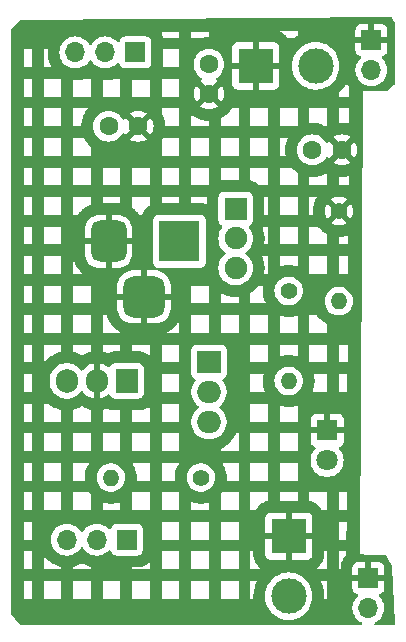
<source format=gbl>
%TF.GenerationSoftware,KiCad,Pcbnew,7.0.7*%
%TF.CreationDate,2024-08-02T14:57:20+08:00*%
%TF.ProjectId,Breadboard_power_supply,42726561-6462-46f6-9172-645f706f7765,rev?*%
%TF.SameCoordinates,Original*%
%TF.FileFunction,Copper,L2,Bot*%
%TF.FilePolarity,Positive*%
%FSLAX46Y46*%
G04 Gerber Fmt 4.6, Leading zero omitted, Abs format (unit mm)*
G04 Created by KiCad (PCBNEW 7.0.7) date 2024-08-02 14:57:20*
%MOMM*%
%LPD*%
G01*
G04 APERTURE LIST*
G04 Aperture macros list*
%AMRoundRect*
0 Rectangle with rounded corners*
0 $1 Rounding radius*
0 $2 $3 $4 $5 $6 $7 $8 $9 X,Y pos of 4 corners*
0 Add a 4 corners polygon primitive as box body*
4,1,4,$2,$3,$4,$5,$6,$7,$8,$9,$2,$3,0*
0 Add four circle primitives for the rounded corners*
1,1,$1+$1,$2,$3*
1,1,$1+$1,$4,$5*
1,1,$1+$1,$6,$7*
1,1,$1+$1,$8,$9*
0 Add four rect primitives between the rounded corners*
20,1,$1+$1,$2,$3,$4,$5,0*
20,1,$1+$1,$4,$5,$6,$7,0*
20,1,$1+$1,$6,$7,$8,$9,0*
20,1,$1+$1,$8,$9,$2,$3,0*%
G04 Aperture macros list end*
%TA.AperFunction,ComponentPad*%
%ADD10R,1.700000X1.700000*%
%TD*%
%TA.AperFunction,ComponentPad*%
%ADD11O,1.700000X1.700000*%
%TD*%
%TA.AperFunction,ComponentPad*%
%ADD12R,2.000000X1.905000*%
%TD*%
%TA.AperFunction,ComponentPad*%
%ADD13O,2.000000X1.905000*%
%TD*%
%TA.AperFunction,ComponentPad*%
%ADD14C,1.400000*%
%TD*%
%TA.AperFunction,ComponentPad*%
%ADD15O,1.400000X1.400000*%
%TD*%
%TA.AperFunction,ComponentPad*%
%ADD16C,1.600000*%
%TD*%
%TA.AperFunction,ComponentPad*%
%ADD17R,1.800000X1.800000*%
%TD*%
%TA.AperFunction,ComponentPad*%
%ADD18C,1.800000*%
%TD*%
%TA.AperFunction,ComponentPad*%
%ADD19R,3.000000X3.000000*%
%TD*%
%TA.AperFunction,ComponentPad*%
%ADD20C,3.000000*%
%TD*%
%TA.AperFunction,ComponentPad*%
%ADD21R,3.500000X3.500000*%
%TD*%
%TA.AperFunction,ComponentPad*%
%ADD22RoundRect,0.750000X-0.750000X-1.000000X0.750000X-1.000000X0.750000X1.000000X-0.750000X1.000000X0*%
%TD*%
%TA.AperFunction,ComponentPad*%
%ADD23RoundRect,0.875000X-0.875000X-0.875000X0.875000X-0.875000X0.875000X0.875000X-0.875000X0.875000X0*%
%TD*%
%TA.AperFunction,ComponentPad*%
%ADD24R,1.900000X1.900000*%
%TD*%
%TA.AperFunction,ComponentPad*%
%ADD25C,1.900000*%
%TD*%
%TA.AperFunction,ComponentPad*%
%ADD26R,1.905000X2.000000*%
%TD*%
%TA.AperFunction,ComponentPad*%
%ADD27O,1.905000X2.000000*%
%TD*%
%TA.AperFunction,Conductor*%
%ADD28C,0.250000*%
%TD*%
G04 APERTURE END LIST*
D10*
%TO.P,J4,1,Pin_1*%
%TO.N,/3.3V*%
X125290000Y-131500000D03*
D11*
%TO.P,J4,2,Pin_2*%
%TO.N,/PWR_output*%
X122750000Y-131500000D03*
%TO.P,J4,3,Pin_3*%
%TO.N,/5V*%
X120210000Y-131500000D03*
%TD*%
D12*
%TO.P,U2,1,ADJ*%
%TO.N,Net-(U2-ADJ)*%
X132250000Y-116460000D03*
D13*
%TO.P,U2,2,VO*%
%TO.N,/3.3V*%
X132250000Y-119000000D03*
%TO.P,U2,3,VI*%
%TO.N,/12V*%
X132250000Y-121540000D03*
%TD*%
D14*
%TO.P,R1,1*%
%TO.N,Net-(D1-A)*%
X131560000Y-126250000D03*
D15*
%TO.P,R1,2*%
%TO.N,/12V*%
X123940000Y-126250000D03*
%TD*%
D16*
%TO.P,C1,1*%
%TO.N,/12V*%
X141000000Y-98500000D03*
%TO.P,C1,2*%
%TO.N,GND*%
X143500000Y-98500000D03*
%TD*%
D10*
%TO.P,J2,1,Pin_1*%
%TO.N,GND*%
X145746000Y-134750000D03*
D11*
%TO.P,J2,2,Pin_2*%
%TO.N,/PWR_output*%
X145746000Y-137290000D03*
%TD*%
D14*
%TO.P,R2,1*%
%TO.N,Net-(U2-ADJ)*%
X139000000Y-110440000D03*
D15*
%TO.P,R2,2*%
%TO.N,/3.3V*%
X139000000Y-118060000D03*
%TD*%
D10*
%TO.P,J3,1,Pin_1*%
%TO.N,/3.3V*%
X126025000Y-90250000D03*
D11*
%TO.P,J3,2,Pin_2*%
%TO.N,/PWR_output*%
X123485000Y-90250000D03*
%TO.P,J3,3,Pin_3*%
%TO.N,/5V*%
X120945000Y-90250000D03*
%TD*%
D17*
%TO.P,D1,1,K*%
%TO.N,GND*%
X142250000Y-122250000D03*
D18*
%TO.P,D1,2,A*%
%TO.N,Net-(D1-A)*%
X142250000Y-124790000D03*
%TD*%
D14*
%TO.P,R3,1*%
%TO.N,GND*%
X143250000Y-103690000D03*
D15*
%TO.P,R3,2*%
%TO.N,Net-(U2-ADJ)*%
X143250000Y-111310000D03*
%TD*%
D19*
%TO.P,J7,1,Pin_1*%
%TO.N,GND*%
X139000000Y-131210000D03*
D20*
%TO.P,J7,2,Pin_2*%
%TO.N,/PWR_output*%
X139000000Y-136290000D03*
%TD*%
D16*
%TO.P,C3,1*%
%TO.N,/5V*%
X123750000Y-96500000D03*
%TO.P,C3,2*%
%TO.N,GND*%
X126250000Y-96500000D03*
%TD*%
%TO.P,C2,1*%
%TO.N,/3.3V*%
X132250000Y-91250000D03*
%TO.P,C2,2*%
%TO.N,GND*%
X132250000Y-93750000D03*
%TD*%
D19*
%TO.P,J5,1,Pin_1*%
%TO.N,GND*%
X136210000Y-91394000D03*
D20*
%TO.P,J5,2,Pin_2*%
%TO.N,/PWR_output*%
X141290000Y-91394000D03*
%TD*%
D21*
%TO.P,J6,1*%
%TO.N,/PWR_input*%
X129750000Y-106250000D03*
D22*
%TO.P,J6,2*%
%TO.N,GND*%
X123750000Y-106250000D03*
D23*
%TO.P,J6,3*%
X126750000Y-110950000D03*
%TD*%
D24*
%TO.P,S1,1*%
%TO.N,/12V*%
X134500000Y-103500000D03*
D25*
%TO.P,S1,2*%
%TO.N,/PWR_input*%
X134500000Y-106000000D03*
%TO.P,S1,3*%
%TO.N,unconnected-(S1-Pad3)*%
X134500000Y-108500000D03*
%TD*%
D26*
%TO.P,U1,1,VI*%
%TO.N,/12V*%
X125290000Y-118055000D03*
D27*
%TO.P,U1,2,GND*%
%TO.N,GND*%
X122750000Y-118055000D03*
%TO.P,U1,3,VO*%
%TO.N,/5V*%
X120210000Y-118055000D03*
%TD*%
D10*
%TO.P,J1,1,Pin_1*%
%TO.N,GND*%
X146000000Y-89210000D03*
D11*
%TO.P,J1,2,Pin_2*%
%TO.N,/PWR_output*%
X146000000Y-91750000D03*
%TD*%
D28*
%TO.N,GND*%
X126750000Y-109250000D02*
X126750000Y-110950000D01*
X139290000Y-131210000D02*
X139000000Y-131210000D01*
%TD*%
%TA.AperFunction,Conductor*%
%TO.N,GND*%
G36*
X147740484Y-87270207D02*
G01*
X147784618Y-87319237D01*
X147986909Y-87723818D01*
X148000000Y-87779273D01*
X148000000Y-92933637D01*
X147980315Y-93000676D01*
X147944783Y-93036811D01*
X147281239Y-93479174D01*
X147214540Y-93499982D01*
X147212456Y-93500000D01*
X145249999Y-93500000D01*
X144999999Y-132750000D01*
X145000000Y-132750000D01*
X145401876Y-132750000D01*
X145468915Y-132769685D01*
X145489578Y-132786339D01*
X145499616Y-132796381D01*
X145499617Y-132796383D01*
X145500000Y-132796541D01*
X145500002Y-132796539D01*
X145524616Y-132796524D01*
X145524616Y-132796528D01*
X145524760Y-132796500D01*
X147196614Y-132796500D01*
X147263653Y-132816185D01*
X147307523Y-132865046D01*
X147308568Y-132867135D01*
X147351047Y-132952093D01*
X147356948Y-132963895D01*
X147390841Y-133031681D01*
X147408594Y-133067187D01*
X147416421Y-133082841D01*
X147420070Y-133090139D01*
X147442545Y-133135089D01*
X147481426Y-133212851D01*
X147483405Y-133216809D01*
X147505748Y-133261495D01*
X147509787Y-133269573D01*
X147571596Y-133393191D01*
X147578201Y-133406401D01*
X147595008Y-133440015D01*
X147608717Y-133467433D01*
X147612456Y-133474911D01*
X147613863Y-133477725D01*
X147627798Y-133505595D01*
X147638049Y-133526097D01*
X147638580Y-133527159D01*
X147659093Y-133568185D01*
X147672692Y-133595383D01*
X147682713Y-133615425D01*
X147700784Y-133651567D01*
X147703957Y-133657913D01*
X147724518Y-133699035D01*
X147731973Y-133713945D01*
X147732820Y-133715639D01*
X147735041Y-133720081D01*
X147738363Y-133726726D01*
X147751299Y-133775988D01*
X147993490Y-138619808D01*
X147977178Y-138687747D01*
X147926725Y-138736081D01*
X147869645Y-138750000D01*
X146369904Y-138750000D01*
X146302865Y-138730315D01*
X146257110Y-138677511D01*
X146247166Y-138608353D01*
X146276191Y-138544797D01*
X146317499Y-138513618D01*
X146335575Y-138505189D01*
X146423830Y-138464035D01*
X146617401Y-138328495D01*
X146784495Y-138161401D01*
X146920035Y-137967830D01*
X147019903Y-137753663D01*
X147081063Y-137525408D01*
X147101659Y-137290000D01*
X147081063Y-137054592D01*
X147034626Y-136881285D01*
X147019905Y-136826344D01*
X147019904Y-136826343D01*
X147019903Y-136826337D01*
X146920035Y-136612171D01*
X146894307Y-136575428D01*
X146784496Y-136418600D01*
X146784495Y-136418599D01*
X146662179Y-136296283D01*
X146628696Y-136234963D01*
X146633680Y-136165271D01*
X146675551Y-136109337D01*
X146706529Y-136092422D01*
X146838086Y-136043354D01*
X146838093Y-136043350D01*
X146953187Y-135957190D01*
X146953190Y-135957187D01*
X147039350Y-135842093D01*
X147039354Y-135842086D01*
X147089596Y-135707379D01*
X147089598Y-135707372D01*
X147095999Y-135647844D01*
X147096000Y-135647827D01*
X147096000Y-135000000D01*
X146359347Y-135000000D01*
X146292308Y-134980315D01*
X146246553Y-134927511D01*
X146236609Y-134858353D01*
X146240369Y-134841067D01*
X146246000Y-134821888D01*
X146246000Y-134678111D01*
X146240369Y-134658933D01*
X146240370Y-134589064D01*
X146278145Y-134530286D01*
X146341701Y-134501262D01*
X146359347Y-134500000D01*
X147096000Y-134500000D01*
X147096000Y-133852172D01*
X147095999Y-133852155D01*
X147089598Y-133792627D01*
X147089596Y-133792620D01*
X147039354Y-133657913D01*
X147039350Y-133657906D01*
X146953190Y-133542812D01*
X146953187Y-133542809D01*
X146838093Y-133456649D01*
X146838086Y-133456645D01*
X146703379Y-133406403D01*
X146703372Y-133406401D01*
X146643844Y-133400000D01*
X145996000Y-133400000D01*
X145996000Y-134137698D01*
X145976315Y-134204737D01*
X145923511Y-134250492D01*
X145854355Y-134260436D01*
X145781766Y-134250000D01*
X145781763Y-134250000D01*
X145710237Y-134250000D01*
X145710233Y-134250000D01*
X145637645Y-134260436D01*
X145568487Y-134250492D01*
X145515684Y-134204736D01*
X145496000Y-134137698D01*
X145496000Y-133400000D01*
X144848155Y-133400000D01*
X144788627Y-133406401D01*
X144788620Y-133406403D01*
X144653913Y-133456645D01*
X144653906Y-133456649D01*
X144538812Y-133542809D01*
X144538809Y-133542812D01*
X144452649Y-133657906D01*
X144452645Y-133657913D01*
X144402403Y-133792620D01*
X144402401Y-133792627D01*
X144396000Y-133852155D01*
X144396000Y-134500000D01*
X145132653Y-134500000D01*
X145199692Y-134519685D01*
X145245447Y-134572489D01*
X145255391Y-134641647D01*
X145251631Y-134658933D01*
X145246000Y-134678111D01*
X145246000Y-134821888D01*
X145251631Y-134841067D01*
X145251630Y-134910936D01*
X145213855Y-134969714D01*
X145150299Y-134998738D01*
X145132653Y-135000000D01*
X144396000Y-135000000D01*
X144396000Y-135647844D01*
X144402401Y-135707372D01*
X144402403Y-135707379D01*
X144452645Y-135842086D01*
X144452649Y-135842093D01*
X144538809Y-135957187D01*
X144538812Y-135957190D01*
X144653906Y-136043350D01*
X144653913Y-136043354D01*
X144785470Y-136092421D01*
X144841403Y-136134292D01*
X144865821Y-136199756D01*
X144850970Y-136268029D01*
X144829819Y-136296284D01*
X144707503Y-136418600D01*
X144571965Y-136612169D01*
X144571964Y-136612171D01*
X144472098Y-136826335D01*
X144472094Y-136826344D01*
X144410938Y-137054586D01*
X144410936Y-137054596D01*
X144390341Y-137289999D01*
X144390341Y-137290000D01*
X144410936Y-137525403D01*
X144410938Y-137525413D01*
X144472094Y-137753655D01*
X144472096Y-137753659D01*
X144472097Y-137753663D01*
X144571964Y-137967829D01*
X144571965Y-137967830D01*
X144571967Y-137967834D01*
X144605955Y-138016373D01*
X144707505Y-138161401D01*
X144874599Y-138328495D01*
X144971384Y-138396264D01*
X145068165Y-138464032D01*
X145068167Y-138464033D01*
X145068170Y-138464035D01*
X145156425Y-138505189D01*
X145174501Y-138513618D01*
X145226940Y-138559790D01*
X145246092Y-138626984D01*
X145225876Y-138693865D01*
X145172711Y-138739200D01*
X145122096Y-138750000D01*
X116312000Y-138750000D01*
X116244961Y-138730315D01*
X116212800Y-138700400D01*
X115524800Y-137783066D01*
X115500324Y-137717624D01*
X115500000Y-137708666D01*
X115500000Y-134998692D01*
X116624000Y-134998692D01*
X116624000Y-136500692D01*
X117250000Y-136500692D01*
X117250000Y-134998692D01*
X118248000Y-134998692D01*
X118248000Y-136500692D01*
X119750000Y-136500692D01*
X119750000Y-134998692D01*
X120748000Y-134998692D01*
X120748000Y-136500692D01*
X122250000Y-136500692D01*
X122250000Y-134998692D01*
X123248000Y-134998692D01*
X123248000Y-136500692D01*
X124750000Y-136500692D01*
X124750000Y-134998692D01*
X125748000Y-134998692D01*
X125748000Y-136500692D01*
X127250000Y-136500692D01*
X127250000Y-134998692D01*
X128248000Y-134998692D01*
X128248000Y-136500692D01*
X129750000Y-136500692D01*
X129750000Y-134998692D01*
X130748000Y-134998692D01*
X130748000Y-136500692D01*
X132250000Y-136500692D01*
X132250000Y-134998692D01*
X133248000Y-134998692D01*
X133248000Y-136500692D01*
X134750000Y-136500692D01*
X134750000Y-134998692D01*
X135748000Y-134998692D01*
X135748000Y-136500692D01*
X136008910Y-136500692D01*
X135997504Y-136341218D01*
X135996390Y-136310032D01*
X135996390Y-136290001D01*
X136994390Y-136290001D01*
X137014804Y-136575433D01*
X137075628Y-136855037D01*
X137175635Y-137123166D01*
X137312770Y-137374309D01*
X137312775Y-137374317D01*
X137484254Y-137603387D01*
X137484270Y-137603405D01*
X137686594Y-137805729D01*
X137686612Y-137805745D01*
X137915682Y-137977224D01*
X137915690Y-137977229D01*
X138166833Y-138114364D01*
X138166832Y-138114364D01*
X138166836Y-138114365D01*
X138166839Y-138114367D01*
X138434954Y-138214369D01*
X138434960Y-138214370D01*
X138434962Y-138214371D01*
X138714566Y-138275195D01*
X138714568Y-138275195D01*
X138714572Y-138275196D01*
X138968220Y-138293337D01*
X138999999Y-138295610D01*
X139000000Y-138295610D01*
X139000001Y-138295610D01*
X139028595Y-138293564D01*
X139285428Y-138275196D01*
X139547638Y-138218156D01*
X139565037Y-138214371D01*
X139565037Y-138214370D01*
X139565046Y-138214369D01*
X139833161Y-138114367D01*
X140084315Y-137977226D01*
X140313395Y-137805739D01*
X140515739Y-137603395D01*
X140687226Y-137374315D01*
X140824367Y-137123161D01*
X140924369Y-136855046D01*
X140985196Y-136575428D01*
X141005610Y-136290000D01*
X140985196Y-136004572D01*
X140969918Y-135934341D01*
X140924371Y-135724962D01*
X140924370Y-135724960D01*
X140924369Y-135724954D01*
X140824367Y-135456839D01*
X140790567Y-135394940D01*
X140687229Y-135205690D01*
X140687224Y-135205682D01*
X140532274Y-134998692D01*
X141711174Y-134998692D01*
X141723874Y-135024064D01*
X141740515Y-135060507D01*
X141752447Y-135089316D01*
X141866438Y-135394940D01*
X141876283Y-135424514D01*
X141887573Y-135462952D01*
X141895300Y-135493223D01*
X141964650Y-135812021D01*
X141970195Y-135842761D01*
X141975894Y-135882416D01*
X141979225Y-135913410D01*
X142002496Y-136238782D01*
X142003610Y-136269968D01*
X142003610Y-136310032D01*
X142002496Y-136341218D01*
X141991090Y-136500692D01*
X142250000Y-136500692D01*
X142250000Y-134998692D01*
X141711174Y-134998692D01*
X140532274Y-134998692D01*
X140515745Y-134976612D01*
X140515729Y-134976594D01*
X140313405Y-134774270D01*
X140313387Y-134774254D01*
X140084317Y-134602775D01*
X140084309Y-134602770D01*
X139833166Y-134465635D01*
X139833167Y-134465635D01*
X139708675Y-134419202D01*
X139565046Y-134365631D01*
X139565043Y-134365630D01*
X139565037Y-134365628D01*
X139285433Y-134304804D01*
X139000001Y-134284390D01*
X138999999Y-134284390D01*
X138714566Y-134304804D01*
X138434962Y-134365628D01*
X138166833Y-134465635D01*
X137915690Y-134602770D01*
X137915682Y-134602775D01*
X137686612Y-134774254D01*
X137686594Y-134774270D01*
X137484270Y-134976594D01*
X137484254Y-134976612D01*
X137312775Y-135205682D01*
X137312770Y-135205690D01*
X137175635Y-135456833D01*
X137075628Y-135724962D01*
X137014804Y-136004566D01*
X136994390Y-136289998D01*
X136994390Y-136290001D01*
X135996390Y-136290001D01*
X135996390Y-136269968D01*
X135997504Y-136238782D01*
X136020775Y-135913410D01*
X136024106Y-135882416D01*
X136029805Y-135842761D01*
X136035350Y-135812021D01*
X136104700Y-135493223D01*
X136112427Y-135462952D01*
X136123717Y-135424514D01*
X136133562Y-135394940D01*
X136247553Y-135089316D01*
X136259485Y-135060507D01*
X136276126Y-135024064D01*
X136288826Y-134998692D01*
X135748000Y-134998692D01*
X134750000Y-134998692D01*
X133248000Y-134998692D01*
X132250000Y-134998692D01*
X130748000Y-134998692D01*
X129750000Y-134998692D01*
X128248000Y-134998692D01*
X127250000Y-134998692D01*
X125748000Y-134998692D01*
X124750000Y-134998692D01*
X123248000Y-134998692D01*
X122250000Y-134998692D01*
X120748000Y-134998692D01*
X119750000Y-134998692D01*
X118248000Y-134998692D01*
X117250000Y-134998692D01*
X116624000Y-134998692D01*
X115500000Y-134998692D01*
X115500000Y-132498692D01*
X116624000Y-132498692D01*
X116624000Y-134000692D01*
X117250000Y-134000692D01*
X117250000Y-132792459D01*
X118248000Y-132792459D01*
X118248000Y-134000692D01*
X119750000Y-134000692D01*
X120748000Y-134000692D01*
X122250000Y-134000692D01*
X122250000Y-133848499D01*
X125747999Y-133848499D01*
X125748000Y-134000692D01*
X127250000Y-134000692D01*
X127249999Y-133363640D01*
X127233032Y-133383222D01*
X127230015Y-133386463D01*
X127176463Y-133440015D01*
X127173222Y-133443032D01*
X127129392Y-133481011D01*
X127125945Y-133483788D01*
X126950103Y-133615425D01*
X126946466Y-133617950D01*
X126897675Y-133649307D01*
X126893867Y-133651567D01*
X126827391Y-133687866D01*
X126823432Y-133689847D01*
X126770667Y-133713945D01*
X126766576Y-133715639D01*
X126565203Y-133790746D01*
X126561533Y-133791986D01*
X126512975Y-133806715D01*
X126509236Y-133807723D01*
X126444751Y-133822962D01*
X126440955Y-133823735D01*
X126390931Y-133832299D01*
X126387093Y-133832834D01*
X126279592Y-133844389D01*
X126256244Y-133846268D01*
X126226246Y-133847874D01*
X126202879Y-133848499D01*
X125747999Y-133848499D01*
X122250000Y-133848499D01*
X122250000Y-133797370D01*
X122004377Y-133731558D01*
X121967977Y-133720081D01*
X121921961Y-133703329D01*
X121886744Y-133688742D01*
X121628212Y-133568185D01*
X121594393Y-133550580D01*
X121551982Y-133526097D01*
X121519802Y-133505596D01*
X121479999Y-133477725D01*
X121440199Y-133505595D01*
X121408018Y-133526097D01*
X121365607Y-133550580D01*
X121331788Y-133568185D01*
X121073256Y-133688742D01*
X121038039Y-133703329D01*
X120992023Y-133720081D01*
X120955623Y-133731558D01*
X120748000Y-133787188D01*
X120748000Y-134000692D01*
X119750000Y-134000692D01*
X119749999Y-133807623D01*
X119739947Y-133805395D01*
X119464377Y-133731558D01*
X119427977Y-133720081D01*
X119381961Y-133703329D01*
X119346744Y-133688742D01*
X119088212Y-133568185D01*
X119054393Y-133550580D01*
X119011982Y-133526097D01*
X118979802Y-133505596D01*
X118746105Y-133341959D01*
X118715830Y-133318727D01*
X118678319Y-133287248D01*
X118650213Y-133261495D01*
X118448505Y-133059787D01*
X118422752Y-133031681D01*
X118391273Y-132994170D01*
X118368041Y-132963895D01*
X118248000Y-132792459D01*
X117250000Y-132792459D01*
X117250000Y-132498692D01*
X116624000Y-132498692D01*
X115500000Y-132498692D01*
X115500000Y-129998692D01*
X116624000Y-129998692D01*
X116624000Y-131500692D01*
X117250000Y-131500692D01*
X117250000Y-131500000D01*
X118854341Y-131500000D01*
X118874936Y-131735403D01*
X118874938Y-131735413D01*
X118936094Y-131963655D01*
X118936096Y-131963659D01*
X118936097Y-131963663D01*
X118963107Y-132021586D01*
X119035965Y-132177830D01*
X119035967Y-132177834D01*
X119144281Y-132332521D01*
X119171505Y-132371401D01*
X119338599Y-132538495D01*
X119435384Y-132606264D01*
X119532165Y-132674032D01*
X119532167Y-132674033D01*
X119532170Y-132674035D01*
X119746337Y-132773903D01*
X119974592Y-132835063D01*
X120151034Y-132850500D01*
X120209999Y-132855659D01*
X120210000Y-132855659D01*
X120210001Y-132855659D01*
X120268966Y-132850500D01*
X120445408Y-132835063D01*
X120673663Y-132773903D01*
X120887830Y-132674035D01*
X121081401Y-132538495D01*
X121248495Y-132371401D01*
X121378424Y-132185842D01*
X121433002Y-132142217D01*
X121502500Y-132135023D01*
X121564855Y-132166546D01*
X121581575Y-132185842D01*
X121711500Y-132371395D01*
X121711505Y-132371401D01*
X121878599Y-132538495D01*
X121975384Y-132606264D01*
X122072165Y-132674032D01*
X122072167Y-132674033D01*
X122072170Y-132674035D01*
X122286337Y-132773903D01*
X122514592Y-132835063D01*
X122691034Y-132850500D01*
X122749999Y-132855659D01*
X122750000Y-132855659D01*
X122750001Y-132855659D01*
X122808966Y-132850500D01*
X122985408Y-132835063D01*
X123213663Y-132773903D01*
X123427830Y-132674035D01*
X123621401Y-132538495D01*
X123743329Y-132416566D01*
X123804648Y-132383084D01*
X123874340Y-132388068D01*
X123930274Y-132429939D01*
X123947189Y-132460917D01*
X123996202Y-132592328D01*
X123996206Y-132592335D01*
X124082452Y-132707544D01*
X124082455Y-132707547D01*
X124197664Y-132793793D01*
X124197671Y-132793797D01*
X124332517Y-132844091D01*
X124332516Y-132844091D01*
X124339444Y-132844835D01*
X124392127Y-132850500D01*
X126187872Y-132850499D01*
X126247483Y-132844091D01*
X126382331Y-132793796D01*
X126497546Y-132707546D01*
X126583796Y-132592331D01*
X126618721Y-132498692D01*
X128248000Y-132498692D01*
X128248000Y-134000692D01*
X129750000Y-134000692D01*
X129750000Y-132498692D01*
X130748000Y-132498692D01*
X130748000Y-134000692D01*
X132250000Y-134000692D01*
X132250000Y-132498692D01*
X133248000Y-132498692D01*
X133248000Y-134000692D01*
X134750000Y-134000692D01*
X134750000Y-132498692D01*
X135748000Y-132498692D01*
X135748000Y-134000692D01*
X136729851Y-134000692D01*
X141270149Y-134000692D01*
X142250000Y-134000692D01*
X142250000Y-132498692D01*
X143248000Y-132498692D01*
X143248000Y-134000692D01*
X143398000Y-134000692D01*
X143398000Y-133837166D01*
X143398625Y-133813802D01*
X143400231Y-133783799D01*
X143402111Y-133760437D01*
X143413662Y-133653006D01*
X143414196Y-133649170D01*
X143422755Y-133599176D01*
X143423527Y-133595383D01*
X143438761Y-133530902D01*
X143439769Y-133527159D01*
X143454504Y-133478582D01*
X143455744Y-133474911D01*
X143530804Y-133273664D01*
X143532499Y-133269573D01*
X143556596Y-133216809D01*
X143558577Y-133212851D01*
X143594876Y-133146375D01*
X143597136Y-133142567D01*
X143628493Y-133093776D01*
X143631018Y-133090139D01*
X143762569Y-132914412D01*
X143765346Y-132910965D01*
X143803325Y-132867135D01*
X143806342Y-132863894D01*
X143859894Y-132810342D01*
X143863135Y-132807325D01*
X143875681Y-132796453D01*
X143877578Y-132498692D01*
X143248000Y-132498692D01*
X142250000Y-132498692D01*
X141998000Y-132498692D01*
X141998000Y-132772834D01*
X141997375Y-132796198D01*
X141995769Y-132826201D01*
X141993889Y-132849563D01*
X141982338Y-132956994D01*
X141981804Y-132960830D01*
X141973245Y-133010824D01*
X141972473Y-133014617D01*
X141957239Y-133079098D01*
X141956231Y-133082841D01*
X141941496Y-133131418D01*
X141940256Y-133135089D01*
X141865196Y-133336336D01*
X141863501Y-133340427D01*
X141839404Y-133393191D01*
X141837423Y-133397149D01*
X141801124Y-133463625D01*
X141798864Y-133467433D01*
X141767507Y-133516224D01*
X141764982Y-133519861D01*
X141633431Y-133695588D01*
X141630654Y-133699035D01*
X141592675Y-133742865D01*
X141589658Y-133746106D01*
X141536106Y-133799658D01*
X141532865Y-133802675D01*
X141489035Y-133840654D01*
X141485588Y-133843431D01*
X141309861Y-133974982D01*
X141306224Y-133977507D01*
X141270149Y-134000692D01*
X136729851Y-134000692D01*
X136693776Y-133977507D01*
X136690139Y-133974982D01*
X136514412Y-133843431D01*
X136510965Y-133840654D01*
X136467135Y-133802675D01*
X136463894Y-133799658D01*
X136410342Y-133746106D01*
X136407325Y-133742865D01*
X136369346Y-133699035D01*
X136366569Y-133695588D01*
X136235018Y-133519861D01*
X136232493Y-133516224D01*
X136201136Y-133467433D01*
X136198876Y-133463625D01*
X136162577Y-133397149D01*
X136160596Y-133393191D01*
X136136499Y-133340427D01*
X136134804Y-133336336D01*
X136059744Y-133135089D01*
X136058504Y-133131418D01*
X136043769Y-133082841D01*
X136042761Y-133079098D01*
X136027527Y-133014617D01*
X136026755Y-133010824D01*
X136018196Y-132960830D01*
X136017662Y-132956994D01*
X136006111Y-132849563D01*
X136004231Y-132826201D01*
X136002625Y-132796198D01*
X136002000Y-132772834D01*
X136002000Y-132757844D01*
X137000000Y-132757844D01*
X137006401Y-132817372D01*
X137006403Y-132817379D01*
X137056645Y-132952086D01*
X137056649Y-132952093D01*
X137142809Y-133067187D01*
X137142812Y-133067190D01*
X137257906Y-133153350D01*
X137257913Y-133153354D01*
X137392620Y-133203596D01*
X137392627Y-133203598D01*
X137452155Y-133209999D01*
X137452172Y-133210000D01*
X138750000Y-133210000D01*
X138750000Y-132088625D01*
X138769685Y-132021586D01*
X138822489Y-131975831D01*
X138891647Y-131965887D01*
X138902589Y-131967966D01*
X138911169Y-131970000D01*
X138911170Y-131970000D01*
X139044260Y-131970000D01*
X139044267Y-131970000D01*
X139111605Y-131962129D01*
X139180475Y-131973897D01*
X139232051Y-132021031D01*
X139250000Y-132085290D01*
X139250000Y-133210000D01*
X140547828Y-133210000D01*
X140547844Y-133209999D01*
X140607372Y-133203598D01*
X140607379Y-133203596D01*
X140742086Y-133153354D01*
X140742093Y-133153350D01*
X140857187Y-133067190D01*
X140857190Y-133067187D01*
X140943350Y-132952093D01*
X140943354Y-132952086D01*
X140993596Y-132817379D01*
X140993598Y-132817372D01*
X140999999Y-132757844D01*
X141000000Y-132757827D01*
X141000000Y-131460000D01*
X139878159Y-131460000D01*
X139811120Y-131440315D01*
X139765365Y-131387511D01*
X139754369Y-131328790D01*
X139758109Y-131264586D01*
X139763879Y-131165509D01*
X139758751Y-131136429D01*
X139753304Y-131105531D01*
X139761048Y-131036092D01*
X139805105Y-130981863D01*
X139871487Y-130960062D01*
X139875420Y-130960000D01*
X141000000Y-130960000D01*
X141000000Y-129998692D01*
X143248000Y-129998692D01*
X143248000Y-131500692D01*
X143883935Y-131500692D01*
X143893502Y-129998692D01*
X143248000Y-129998692D01*
X141000000Y-129998692D01*
X141000000Y-129662172D01*
X140999999Y-129662155D01*
X140993598Y-129602627D01*
X140993596Y-129602620D01*
X140943354Y-129467913D01*
X140943350Y-129467906D01*
X140857190Y-129352812D01*
X140857187Y-129352809D01*
X140742093Y-129266649D01*
X140742086Y-129266645D01*
X140607379Y-129216403D01*
X140607372Y-129216401D01*
X140547844Y-129210000D01*
X139250000Y-129210000D01*
X139250000Y-130331374D01*
X139230315Y-130398413D01*
X139177511Y-130444168D01*
X139108353Y-130454112D01*
X139097407Y-130452032D01*
X139088832Y-130450000D01*
X139088831Y-130450000D01*
X138955733Y-130450000D01*
X138888393Y-130457870D01*
X138819523Y-130446102D01*
X138767948Y-130398966D01*
X138750000Y-130334709D01*
X138750000Y-129210000D01*
X137452155Y-129210000D01*
X137392627Y-129216401D01*
X137392620Y-129216403D01*
X137257913Y-129266645D01*
X137257906Y-129266649D01*
X137142812Y-129352809D01*
X137142809Y-129352812D01*
X137056649Y-129467906D01*
X137056645Y-129467913D01*
X137006403Y-129602620D01*
X137006401Y-129602627D01*
X137000000Y-129662155D01*
X137000000Y-130960000D01*
X138121841Y-130960000D01*
X138188880Y-130979685D01*
X138234635Y-131032489D01*
X138245631Y-131091210D01*
X138236120Y-131254489D01*
X138236121Y-131254491D01*
X138246696Y-131314469D01*
X138238952Y-131383908D01*
X138194895Y-131438137D01*
X138128513Y-131459938D01*
X138124580Y-131460000D01*
X137000000Y-131460000D01*
X137000000Y-132757844D01*
X136002000Y-132757844D01*
X136002000Y-132498692D01*
X135748000Y-132498692D01*
X134750000Y-132498692D01*
X133248000Y-132498692D01*
X132250000Y-132498692D01*
X130748000Y-132498692D01*
X129750000Y-132498692D01*
X128248000Y-132498692D01*
X126618721Y-132498692D01*
X126634091Y-132457483D01*
X126640500Y-132397873D01*
X126640499Y-130602128D01*
X126634091Y-130542517D01*
X126632810Y-130539083D01*
X126583797Y-130407671D01*
X126583793Y-130407664D01*
X126497547Y-130292455D01*
X126497544Y-130292452D01*
X126382335Y-130206206D01*
X126382328Y-130206202D01*
X126247482Y-130155908D01*
X126247483Y-130155908D01*
X126187883Y-130149501D01*
X126187881Y-130149500D01*
X126187873Y-130149500D01*
X126187864Y-130149500D01*
X124392129Y-130149500D01*
X124392123Y-130149501D01*
X124332516Y-130155908D01*
X124197671Y-130206202D01*
X124197664Y-130206206D01*
X124082455Y-130292452D01*
X124082452Y-130292455D01*
X123996206Y-130407664D01*
X123996203Y-130407669D01*
X123947189Y-130539083D01*
X123905317Y-130595016D01*
X123839853Y-130619433D01*
X123771580Y-130604581D01*
X123743326Y-130583430D01*
X123621402Y-130461506D01*
X123621395Y-130461501D01*
X123427834Y-130325967D01*
X123427830Y-130325965D01*
X123427828Y-130325964D01*
X123213663Y-130226097D01*
X123213659Y-130226096D01*
X123213655Y-130226094D01*
X122985413Y-130164938D01*
X122985403Y-130164936D01*
X122750001Y-130144341D01*
X122749999Y-130144341D01*
X122514596Y-130164936D01*
X122514586Y-130164938D01*
X122286344Y-130226094D01*
X122286335Y-130226098D01*
X122072171Y-130325964D01*
X122072169Y-130325965D01*
X121878597Y-130461505D01*
X121711505Y-130628597D01*
X121581575Y-130814158D01*
X121526998Y-130857783D01*
X121457500Y-130864977D01*
X121395145Y-130833454D01*
X121378425Y-130814158D01*
X121248494Y-130628597D01*
X121081402Y-130461506D01*
X121081395Y-130461501D01*
X120887834Y-130325967D01*
X120887830Y-130325965D01*
X120887830Y-130325964D01*
X120673663Y-130226097D01*
X120673659Y-130226096D01*
X120673655Y-130226094D01*
X120445413Y-130164938D01*
X120445403Y-130164936D01*
X120210001Y-130144341D01*
X120209999Y-130144341D01*
X119974596Y-130164936D01*
X119974586Y-130164938D01*
X119746344Y-130226094D01*
X119746335Y-130226098D01*
X119532171Y-130325964D01*
X119532169Y-130325965D01*
X119338597Y-130461505D01*
X119171505Y-130628597D01*
X119035965Y-130822169D01*
X119035964Y-130822171D01*
X118936098Y-131036335D01*
X118936094Y-131036344D01*
X118874938Y-131264586D01*
X118874936Y-131264596D01*
X118854341Y-131499999D01*
X118854341Y-131500000D01*
X117250000Y-131500000D01*
X117250000Y-129998692D01*
X128248000Y-129998692D01*
X128248000Y-131500692D01*
X129750000Y-131500692D01*
X129750000Y-129998692D01*
X130748000Y-129998692D01*
X130748000Y-131500692D01*
X132250000Y-131500692D01*
X132250000Y-129998692D01*
X133248000Y-129998692D01*
X133248000Y-131500692D01*
X134750000Y-131500692D01*
X134750000Y-129998692D01*
X133248000Y-129998692D01*
X132250000Y-129998692D01*
X130748000Y-129998692D01*
X129750000Y-129998692D01*
X128248000Y-129998692D01*
X117250000Y-129998692D01*
X116624000Y-129998692D01*
X115500000Y-129998692D01*
X115500000Y-127498692D01*
X116624000Y-127498692D01*
X116624000Y-129000692D01*
X117250000Y-129000692D01*
X117250000Y-127498692D01*
X118248000Y-127498692D01*
X118248000Y-129000692D01*
X119750000Y-129000692D01*
X119750000Y-127498692D01*
X120748000Y-127498692D01*
X120748000Y-129000692D01*
X122250000Y-129000692D01*
X123248000Y-129000692D01*
X124750000Y-129000692D01*
X125748000Y-129000692D01*
X127250000Y-129000692D01*
X127250000Y-127498692D01*
X128248000Y-127498692D01*
X128248000Y-129000692D01*
X129750000Y-129000692D01*
X129750000Y-128293140D01*
X130748000Y-128293140D01*
X130748000Y-129000692D01*
X132250000Y-129000692D01*
X132250000Y-128340402D01*
X132227622Y-128349072D01*
X132224929Y-128350044D01*
X132189363Y-128361965D01*
X132186626Y-128362813D01*
X132139511Y-128376219D01*
X132136740Y-128376939D01*
X132100209Y-128385532D01*
X132097405Y-128386123D01*
X131830552Y-128436007D01*
X131827725Y-128436468D01*
X131790565Y-128441652D01*
X131787720Y-128441982D01*
X131738942Y-128446502D01*
X131736085Y-128446700D01*
X131698602Y-128448434D01*
X131695738Y-128448500D01*
X131424262Y-128448500D01*
X131421398Y-128448434D01*
X131383915Y-128446700D01*
X131381058Y-128446502D01*
X131332280Y-128441982D01*
X131329435Y-128441652D01*
X131292275Y-128436468D01*
X131289448Y-128436007D01*
X131022595Y-128386123D01*
X131019791Y-128385532D01*
X130983260Y-128376939D01*
X130980489Y-128376219D01*
X130933374Y-128362813D01*
X130930637Y-128361965D01*
X130895071Y-128350044D01*
X130892378Y-128349072D01*
X130748000Y-128293140D01*
X129750000Y-128293140D01*
X129749999Y-127662873D01*
X133247999Y-127662873D01*
X133248000Y-129000692D01*
X134750000Y-129000692D01*
X134750000Y-127498692D01*
X135748000Y-127498692D01*
X135748000Y-129000692D01*
X136174677Y-129000692D01*
X136198876Y-128956375D01*
X136201136Y-128952567D01*
X136232493Y-128903776D01*
X136235018Y-128900139D01*
X136366569Y-128724412D01*
X136369346Y-128720965D01*
X136407325Y-128677135D01*
X136410342Y-128673894D01*
X136463894Y-128620342D01*
X136467135Y-128617325D01*
X136510965Y-128579346D01*
X136514412Y-128576569D01*
X136690139Y-128445018D01*
X136693776Y-128442493D01*
X136742567Y-128411136D01*
X136746375Y-128408876D01*
X136812851Y-128372577D01*
X136816809Y-128370596D01*
X136869573Y-128346499D01*
X136873664Y-128344804D01*
X137074911Y-128269744D01*
X137078582Y-128268504D01*
X137127159Y-128253769D01*
X137130902Y-128252761D01*
X137195383Y-128237527D01*
X137199176Y-128236755D01*
X137249170Y-128228196D01*
X137250000Y-128228080D01*
X137250000Y-127498692D01*
X138248000Y-127498692D01*
X138248000Y-128212000D01*
X138950546Y-128212000D01*
X138997998Y-128221439D01*
X139000000Y-128222268D01*
X139002002Y-128221439D01*
X139049454Y-128212000D01*
X139750000Y-128212000D01*
X139750000Y-127498692D01*
X140748000Y-127498692D01*
X140748000Y-128227802D01*
X140750830Y-128228196D01*
X140800824Y-128236755D01*
X140804617Y-128237527D01*
X140869098Y-128252761D01*
X140872841Y-128253769D01*
X140921418Y-128268504D01*
X140925089Y-128269744D01*
X141126336Y-128344804D01*
X141130427Y-128346499D01*
X141183191Y-128370596D01*
X141187149Y-128372577D01*
X141253625Y-128408876D01*
X141257433Y-128411136D01*
X141306224Y-128442493D01*
X141309861Y-128445018D01*
X141485588Y-128576569D01*
X141489035Y-128579346D01*
X141532865Y-128617325D01*
X141536106Y-128620342D01*
X141589658Y-128673894D01*
X141592675Y-128677135D01*
X141630654Y-128720965D01*
X141633431Y-128724412D01*
X141764982Y-128900139D01*
X141767507Y-128903776D01*
X141798864Y-128952567D01*
X141801124Y-128956375D01*
X141825323Y-129000692D01*
X142250000Y-129000692D01*
X142250000Y-127498692D01*
X143248000Y-127498692D01*
X143248000Y-129000692D01*
X143899859Y-129000692D01*
X143909425Y-127498692D01*
X143248000Y-127498692D01*
X142250000Y-127498692D01*
X140748000Y-127498692D01*
X139750000Y-127498692D01*
X138248000Y-127498692D01*
X137250000Y-127498692D01*
X135748000Y-127498692D01*
X134750000Y-127498692D01*
X133371984Y-127498692D01*
X133247999Y-127662873D01*
X129749999Y-127662873D01*
X129749999Y-127501319D01*
X129748016Y-127498692D01*
X128248000Y-127498692D01*
X127250000Y-127498692D01*
X125751984Y-127498692D01*
X125748000Y-127503967D01*
X125748000Y-129000692D01*
X124750000Y-129000692D01*
X124750000Y-128293914D01*
X124607622Y-128349072D01*
X124604929Y-128350044D01*
X124569363Y-128361965D01*
X124566626Y-128362813D01*
X124519511Y-128376219D01*
X124516740Y-128376939D01*
X124480209Y-128385532D01*
X124477405Y-128386123D01*
X124210552Y-128436007D01*
X124207725Y-128436468D01*
X124170565Y-128441652D01*
X124167720Y-128441982D01*
X124118942Y-128446502D01*
X124116085Y-128446700D01*
X124078602Y-128448434D01*
X124075738Y-128448500D01*
X123804262Y-128448500D01*
X123801398Y-128448434D01*
X123763915Y-128446700D01*
X123761058Y-128446502D01*
X123712280Y-128441982D01*
X123709435Y-128441652D01*
X123672275Y-128436468D01*
X123669448Y-128436007D01*
X123402595Y-128386123D01*
X123399791Y-128385532D01*
X123363260Y-128376939D01*
X123360489Y-128376219D01*
X123313374Y-128362813D01*
X123310637Y-128361965D01*
X123275071Y-128350044D01*
X123272378Y-128349072D01*
X123248000Y-128339627D01*
X123248000Y-129000692D01*
X122250000Y-129000692D01*
X122249999Y-127660223D01*
X122128016Y-127498692D01*
X120748000Y-127498692D01*
X119750000Y-127498692D01*
X118248000Y-127498692D01*
X117250000Y-127498692D01*
X116624000Y-127498692D01*
X115500000Y-127498692D01*
X115500000Y-124998692D01*
X116624000Y-124998692D01*
X116624000Y-126500692D01*
X117250000Y-126500692D01*
X117250000Y-124998692D01*
X118248000Y-124998692D01*
X118248000Y-126500692D01*
X119750000Y-126500692D01*
X119750000Y-124998692D01*
X120748000Y-124998692D01*
X120748000Y-126500692D01*
X121755311Y-126500692D01*
X121738354Y-126317694D01*
X121738155Y-126314835D01*
X121736423Y-126277356D01*
X121736357Y-126274493D01*
X121736357Y-126250000D01*
X122734357Y-126250000D01*
X122754884Y-126471535D01*
X122754885Y-126471537D01*
X122815769Y-126685523D01*
X122815775Y-126685538D01*
X122914938Y-126884683D01*
X122914943Y-126884691D01*
X123049020Y-127062238D01*
X123213437Y-127212123D01*
X123213439Y-127212125D01*
X123402595Y-127329245D01*
X123402596Y-127329245D01*
X123402599Y-127329247D01*
X123610060Y-127409618D01*
X123828757Y-127450500D01*
X123828759Y-127450500D01*
X124051241Y-127450500D01*
X124051243Y-127450500D01*
X124269940Y-127409618D01*
X124477401Y-127329247D01*
X124666562Y-127212124D01*
X124830981Y-127062236D01*
X124965058Y-126884689D01*
X125064229Y-126685528D01*
X125125115Y-126471536D01*
X125145643Y-126250000D01*
X125143373Y-126225507D01*
X125125115Y-126028464D01*
X125125114Y-126028462D01*
X125107475Y-125966468D01*
X125064229Y-125814472D01*
X125046517Y-125778901D01*
X124965061Y-125615316D01*
X124965056Y-125615308D01*
X124830979Y-125437761D01*
X124666562Y-125287876D01*
X124666560Y-125287874D01*
X124477404Y-125170754D01*
X124477398Y-125170752D01*
X124269940Y-125090382D01*
X124051243Y-125049500D01*
X123828757Y-125049500D01*
X123610060Y-125090382D01*
X123478864Y-125141207D01*
X123402601Y-125170752D01*
X123402595Y-125170754D01*
X123213439Y-125287874D01*
X123213437Y-125287876D01*
X123049020Y-125437761D01*
X122914943Y-125615308D01*
X122914938Y-125615316D01*
X122815775Y-125814461D01*
X122815769Y-125814476D01*
X122754885Y-126028462D01*
X122754884Y-126028464D01*
X122734357Y-126249999D01*
X122734357Y-126250000D01*
X121736357Y-126250000D01*
X121736357Y-126225507D01*
X121736423Y-126222644D01*
X121738155Y-126185165D01*
X121738354Y-126182306D01*
X121763403Y-125911988D01*
X121763733Y-125909143D01*
X121768918Y-125871972D01*
X121769380Y-125869143D01*
X121778382Y-125820991D01*
X121778973Y-125818189D01*
X121787562Y-125781673D01*
X121788282Y-125778901D01*
X121862567Y-125517815D01*
X121863414Y-125515080D01*
X121875326Y-125479539D01*
X121876297Y-125476849D01*
X121893988Y-125431169D01*
X121895085Y-125428520D01*
X121910254Y-125394161D01*
X121911473Y-125391565D01*
X122032489Y-125148533D01*
X122033825Y-125145998D01*
X122052088Y-125113212D01*
X122053539Y-125110742D01*
X122079327Y-125069095D01*
X122080891Y-125066695D01*
X122102090Y-125035749D01*
X122103763Y-125033424D01*
X122129991Y-124998692D01*
X125750009Y-124998692D01*
X125776237Y-125033424D01*
X125777910Y-125035749D01*
X125799109Y-125066695D01*
X125800673Y-125069095D01*
X125826461Y-125110742D01*
X125827912Y-125113212D01*
X125846175Y-125145998D01*
X125847511Y-125148533D01*
X125968527Y-125391565D01*
X125969746Y-125394161D01*
X125984915Y-125428520D01*
X125986012Y-125431169D01*
X126003703Y-125476849D01*
X126004674Y-125479539D01*
X126016586Y-125515080D01*
X126017433Y-125517815D01*
X126091718Y-125778901D01*
X126092438Y-125781673D01*
X126101027Y-125818189D01*
X126101618Y-125820991D01*
X126110620Y-125869143D01*
X126111082Y-125871972D01*
X126116267Y-125909143D01*
X126116597Y-125911988D01*
X126141646Y-126182306D01*
X126141845Y-126185165D01*
X126143577Y-126222644D01*
X126143643Y-126225507D01*
X126143643Y-126274493D01*
X126143577Y-126277356D01*
X126141845Y-126314835D01*
X126141646Y-126317694D01*
X126124689Y-126500692D01*
X127250000Y-126500692D01*
X127250000Y-124998692D01*
X128248000Y-124998692D01*
X128248000Y-126500692D01*
X129375311Y-126500692D01*
X129358354Y-126317694D01*
X129358155Y-126314835D01*
X129356423Y-126277356D01*
X129356357Y-126274493D01*
X129356357Y-126250000D01*
X130354357Y-126250000D01*
X130374884Y-126471535D01*
X130374885Y-126471537D01*
X130435769Y-126685523D01*
X130435775Y-126685538D01*
X130534938Y-126884683D01*
X130534943Y-126884691D01*
X130669020Y-127062238D01*
X130833437Y-127212123D01*
X130833439Y-127212125D01*
X131022595Y-127329245D01*
X131022596Y-127329245D01*
X131022599Y-127329247D01*
X131230060Y-127409618D01*
X131448757Y-127450500D01*
X131448759Y-127450500D01*
X131671241Y-127450500D01*
X131671243Y-127450500D01*
X131889940Y-127409618D01*
X132097401Y-127329247D01*
X132286562Y-127212124D01*
X132450981Y-127062236D01*
X132585058Y-126884689D01*
X132684229Y-126685528D01*
X132745115Y-126471536D01*
X132765643Y-126250000D01*
X132763373Y-126225507D01*
X132745115Y-126028464D01*
X132745114Y-126028462D01*
X132727475Y-125966468D01*
X132684229Y-125814472D01*
X132666517Y-125778901D01*
X132585061Y-125615316D01*
X132585056Y-125615308D01*
X132450979Y-125437761D01*
X132286562Y-125287876D01*
X132286560Y-125287874D01*
X132097404Y-125170754D01*
X132097398Y-125170752D01*
X131889940Y-125090382D01*
X131671243Y-125049500D01*
X131448757Y-125049500D01*
X131230060Y-125090382D01*
X131098864Y-125141207D01*
X131022601Y-125170752D01*
X131022595Y-125170754D01*
X130833439Y-125287874D01*
X130833437Y-125287876D01*
X130669020Y-125437761D01*
X130534943Y-125615308D01*
X130534938Y-125615316D01*
X130435775Y-125814461D01*
X130435769Y-125814476D01*
X130374885Y-126028462D01*
X130374884Y-126028464D01*
X130354357Y-126249999D01*
X130354357Y-126250000D01*
X129356357Y-126250000D01*
X129356357Y-126225507D01*
X129356423Y-126222644D01*
X129358155Y-126185165D01*
X129358354Y-126182306D01*
X129383403Y-125911988D01*
X129383733Y-125909143D01*
X129388918Y-125871972D01*
X129389380Y-125869143D01*
X129398382Y-125820991D01*
X129398973Y-125818189D01*
X129407562Y-125781673D01*
X129408282Y-125778901D01*
X129482567Y-125517815D01*
X129483414Y-125515080D01*
X129495326Y-125479539D01*
X129496297Y-125476849D01*
X129513988Y-125431169D01*
X129515085Y-125428520D01*
X129530254Y-125394161D01*
X129531473Y-125391565D01*
X129652489Y-125148533D01*
X129653825Y-125145998D01*
X129672088Y-125113212D01*
X129673539Y-125110742D01*
X129699327Y-125069095D01*
X129700891Y-125066695D01*
X129722090Y-125035749D01*
X129723763Y-125033424D01*
X129749991Y-124998692D01*
X133370009Y-124998692D01*
X133396237Y-125033424D01*
X133397910Y-125035749D01*
X133419109Y-125066695D01*
X133420673Y-125069095D01*
X133446461Y-125110742D01*
X133447912Y-125113212D01*
X133466175Y-125145998D01*
X133467511Y-125148533D01*
X133588527Y-125391565D01*
X133589746Y-125394161D01*
X133604915Y-125428520D01*
X133606012Y-125431169D01*
X133623703Y-125476849D01*
X133624674Y-125479539D01*
X133636586Y-125515080D01*
X133637433Y-125517815D01*
X133711718Y-125778901D01*
X133712438Y-125781673D01*
X133721027Y-125818189D01*
X133721618Y-125820991D01*
X133730620Y-125869143D01*
X133731082Y-125871972D01*
X133736267Y-125909143D01*
X133736597Y-125911988D01*
X133761646Y-126182306D01*
X133761845Y-126185165D01*
X133763577Y-126222644D01*
X133763643Y-126225507D01*
X133763643Y-126274493D01*
X133763577Y-126277356D01*
X133761845Y-126314835D01*
X133761646Y-126317694D01*
X133744689Y-126500692D01*
X134750000Y-126500692D01*
X134750000Y-124998692D01*
X135748000Y-124998692D01*
X135748000Y-126500692D01*
X137250000Y-126500692D01*
X137250000Y-124998692D01*
X138248000Y-124998692D01*
X138248000Y-126500692D01*
X139750000Y-126500692D01*
X139750000Y-124998692D01*
X138248000Y-124998692D01*
X137250000Y-124998692D01*
X135748000Y-124998692D01*
X134750000Y-124998692D01*
X133370009Y-124998692D01*
X129749991Y-124998692D01*
X128248000Y-124998692D01*
X127250000Y-124998692D01*
X125750009Y-124998692D01*
X122129991Y-124998692D01*
X120748000Y-124998692D01*
X119750000Y-124998692D01*
X118248000Y-124998692D01*
X117250000Y-124998692D01*
X116624000Y-124998692D01*
X115500000Y-124998692D01*
X115500000Y-124790006D01*
X140844700Y-124790006D01*
X140863864Y-125021297D01*
X140863866Y-125021308D01*
X140920842Y-125246300D01*
X141014075Y-125458848D01*
X141141016Y-125653147D01*
X141141019Y-125653151D01*
X141141021Y-125653153D01*
X141298216Y-125823913D01*
X141298219Y-125823915D01*
X141298222Y-125823918D01*
X141481365Y-125966464D01*
X141481371Y-125966468D01*
X141481374Y-125966470D01*
X141685497Y-126076936D01*
X141799487Y-126116068D01*
X141905015Y-126152297D01*
X141905017Y-126152297D01*
X141905019Y-126152298D01*
X142133951Y-126190500D01*
X142133952Y-126190500D01*
X142366048Y-126190500D01*
X142366049Y-126190500D01*
X142594981Y-126152298D01*
X142814503Y-126076936D01*
X143018626Y-125966470D01*
X143201784Y-125823913D01*
X143358979Y-125653153D01*
X143485924Y-125458849D01*
X143579157Y-125246300D01*
X143636134Y-125021305D01*
X143655300Y-124790000D01*
X143655300Y-124789993D01*
X143636135Y-124558702D01*
X143636133Y-124558691D01*
X143579157Y-124333699D01*
X143485924Y-124121151D01*
X143358981Y-123926849D01*
X143263832Y-123823489D01*
X143232910Y-123760835D01*
X143240770Y-123691409D01*
X143284918Y-123637253D01*
X143311730Y-123623325D01*
X143392084Y-123593355D01*
X143392093Y-123593350D01*
X143507187Y-123507190D01*
X143507190Y-123507187D01*
X143593350Y-123392093D01*
X143593354Y-123392086D01*
X143643596Y-123257379D01*
X143643598Y-123257372D01*
X143649999Y-123197844D01*
X143650000Y-123197827D01*
X143650000Y-122500000D01*
X142810003Y-122500000D01*
X142742964Y-122480315D01*
X142697209Y-122427511D01*
X142687265Y-122358353D01*
X142689112Y-122348408D01*
X142703810Y-122284007D01*
X142703810Y-122284006D01*
X142692979Y-122139468D01*
X142695079Y-122139310D01*
X142698595Y-122081861D01*
X142739890Y-122025501D01*
X142805101Y-122000413D01*
X142815216Y-122000000D01*
X143650000Y-122000000D01*
X143650000Y-121302172D01*
X143649999Y-121302155D01*
X143643598Y-121242627D01*
X143643596Y-121242620D01*
X143593354Y-121107913D01*
X143593350Y-121107906D01*
X143507190Y-120992812D01*
X143507187Y-120992809D01*
X143392093Y-120906649D01*
X143392086Y-120906645D01*
X143257379Y-120856403D01*
X143257372Y-120856401D01*
X143197844Y-120850000D01*
X142500000Y-120850000D01*
X142500000Y-121688178D01*
X142480315Y-121755217D01*
X142427511Y-121800972D01*
X142358353Y-121810916D01*
X142339454Y-121806670D01*
X142317829Y-121800000D01*
X142317827Y-121800000D01*
X142216276Y-121800000D01*
X142216268Y-121800000D01*
X142142481Y-121811122D01*
X142073256Y-121801649D01*
X142020143Y-121756254D01*
X142000003Y-121689350D01*
X142000000Y-121688507D01*
X142000000Y-120850000D01*
X141302155Y-120850000D01*
X141242627Y-120856401D01*
X141242620Y-120856403D01*
X141107913Y-120906645D01*
X141107906Y-120906649D01*
X140992812Y-120992809D01*
X140992809Y-120992812D01*
X140906649Y-121107906D01*
X140906645Y-121107913D01*
X140856403Y-121242620D01*
X140856401Y-121242627D01*
X140850000Y-121302155D01*
X140850000Y-122000000D01*
X141689997Y-122000000D01*
X141757036Y-122019685D01*
X141802791Y-122072489D01*
X141812735Y-122141647D01*
X141810888Y-122151592D01*
X141796189Y-122215992D01*
X141796189Y-122215993D01*
X141807021Y-122360532D01*
X141804920Y-122360689D01*
X141801405Y-122418139D01*
X141760110Y-122474499D01*
X141694899Y-122499587D01*
X141684784Y-122500000D01*
X140850000Y-122500000D01*
X140850000Y-123197844D01*
X140856401Y-123257372D01*
X140856403Y-123257379D01*
X140906645Y-123392086D01*
X140906649Y-123392093D01*
X140992809Y-123507187D01*
X140992812Y-123507190D01*
X141107906Y-123593350D01*
X141107913Y-123593354D01*
X141188270Y-123623325D01*
X141244204Y-123665196D01*
X141268621Y-123730660D01*
X141253770Y-123798933D01*
X141236168Y-123823489D01*
X141141021Y-123926847D01*
X141141019Y-123926848D01*
X141141016Y-123926853D01*
X141014075Y-124121151D01*
X140920842Y-124333699D01*
X140863866Y-124558691D01*
X140863864Y-124558702D01*
X140844700Y-124789993D01*
X140844700Y-124790006D01*
X115500000Y-124790006D01*
X115500000Y-122498692D01*
X116624000Y-122498692D01*
X116624000Y-124000692D01*
X117250000Y-124000692D01*
X117250000Y-122498692D01*
X118248000Y-122498692D01*
X118248000Y-124000692D01*
X119750000Y-124000692D01*
X119750000Y-122498692D01*
X120748000Y-122498692D01*
X120748000Y-124000692D01*
X122250000Y-124000692D01*
X122250000Y-122498692D01*
X123248000Y-122498692D01*
X123248000Y-124000692D01*
X124750000Y-124000692D01*
X124750000Y-122498692D01*
X125748000Y-122498692D01*
X125748000Y-124000692D01*
X127250000Y-124000692D01*
X127250000Y-122498692D01*
X128248000Y-122498692D01*
X128248000Y-124000692D01*
X129750000Y-124000692D01*
X133248000Y-124000692D01*
X134750000Y-124000692D01*
X134750000Y-122498692D01*
X135748000Y-122498692D01*
X135748000Y-124000692D01*
X137250000Y-124000692D01*
X137250000Y-122498692D01*
X138248000Y-122498692D01*
X138248000Y-124000692D01*
X139750000Y-124000692D01*
X139750000Y-122498692D01*
X138248000Y-122498692D01*
X137250000Y-122498692D01*
X135748000Y-122498692D01*
X134750000Y-122498692D01*
X134558522Y-122498692D01*
X134555941Y-122505307D01*
X134537308Y-122547789D01*
X134521435Y-122580258D01*
X134384748Y-122832834D01*
X134366254Y-122863869D01*
X134340883Y-122902704D01*
X134319884Y-122932117D01*
X134143490Y-123158745D01*
X134120149Y-123186306D01*
X134088731Y-123220438D01*
X134063170Y-123246000D01*
X133851878Y-123440508D01*
X133824314Y-123463854D01*
X133787705Y-123492348D01*
X133758289Y-123513353D01*
X133517860Y-123670433D01*
X133486821Y-123688929D01*
X133446022Y-123711007D01*
X133413559Y-123726879D01*
X133248000Y-123799499D01*
X133248000Y-124000692D01*
X129750000Y-124000692D01*
X129750000Y-122498692D01*
X128248000Y-122498692D01*
X127250000Y-122498692D01*
X125748000Y-122498692D01*
X124750000Y-122498692D01*
X123248000Y-122498692D01*
X122250000Y-122498692D01*
X120748000Y-122498692D01*
X119750000Y-122498692D01*
X118248000Y-122498692D01*
X117250000Y-122498692D01*
X116624000Y-122498692D01*
X115500000Y-122498692D01*
X115500000Y-121660397D01*
X130749499Y-121660397D01*
X130789134Y-121897916D01*
X130867318Y-122125656D01*
X130867321Y-122125665D01*
X130981929Y-122337441D01*
X130990465Y-122348408D01*
X131129829Y-122527463D01*
X131306990Y-122690551D01*
X131508578Y-122822255D01*
X131729095Y-122918983D01*
X131962524Y-122978095D01*
X132142400Y-122993000D01*
X132142402Y-122993000D01*
X132357598Y-122993000D01*
X132357600Y-122993000D01*
X132537476Y-122978095D01*
X132770905Y-122918983D01*
X132991422Y-122822255D01*
X133193010Y-122690551D01*
X133370171Y-122527463D01*
X133518072Y-122337439D01*
X133632679Y-122125664D01*
X133710866Y-121897913D01*
X133750500Y-121660399D01*
X133750500Y-121419601D01*
X133710866Y-121182087D01*
X133632679Y-120954336D01*
X133518072Y-120742561D01*
X133370171Y-120552537D01*
X133193010Y-120389449D01*
X133169070Y-120373808D01*
X133123714Y-120320664D01*
X133114290Y-120251433D01*
X133143791Y-120188096D01*
X133169070Y-120166191D01*
X133193010Y-120150551D01*
X133357973Y-119998692D01*
X135748000Y-119998692D01*
X135748000Y-121500692D01*
X137250000Y-121500692D01*
X137250000Y-120126384D01*
X138248000Y-120126384D01*
X138248000Y-121500692D01*
X139750000Y-121500692D01*
X139750000Y-120127158D01*
X139667622Y-120159072D01*
X139664929Y-120160044D01*
X139629363Y-120171965D01*
X139626626Y-120172813D01*
X139579511Y-120186219D01*
X139576740Y-120186939D01*
X139540209Y-120195532D01*
X139537405Y-120196123D01*
X139270552Y-120246007D01*
X139267725Y-120246468D01*
X139230565Y-120251652D01*
X139227720Y-120251982D01*
X139178942Y-120256502D01*
X139176085Y-120256700D01*
X139138602Y-120258434D01*
X139135738Y-120258500D01*
X138864262Y-120258500D01*
X138861398Y-120258434D01*
X138823915Y-120256700D01*
X138821058Y-120256502D01*
X138772280Y-120251982D01*
X138769435Y-120251652D01*
X138732275Y-120246468D01*
X138729448Y-120246007D01*
X138462595Y-120196123D01*
X138459791Y-120195532D01*
X138423260Y-120186939D01*
X138420489Y-120186219D01*
X138373374Y-120172813D01*
X138370637Y-120171965D01*
X138335071Y-120160044D01*
X138332378Y-120159072D01*
X138248000Y-120126384D01*
X137250000Y-120126384D01*
X137250000Y-119998692D01*
X135748000Y-119998692D01*
X133357973Y-119998692D01*
X133370171Y-119987463D01*
X133518072Y-119797439D01*
X133632679Y-119585664D01*
X133710866Y-119357913D01*
X133750500Y-119120399D01*
X133750500Y-118879601D01*
X133710866Y-118642087D01*
X133694760Y-118595173D01*
X133660552Y-118495528D01*
X133632679Y-118414336D01*
X133518072Y-118202561D01*
X133518070Y-118202559D01*
X133518070Y-118202558D01*
X133518066Y-118202552D01*
X133407167Y-118060069D01*
X133381524Y-117995075D01*
X133395090Y-117926535D01*
X133443559Y-117876211D01*
X133461681Y-117867727D01*
X133492331Y-117856296D01*
X133607546Y-117770046D01*
X133693796Y-117654831D01*
X133744091Y-117519983D01*
X133746380Y-117498692D01*
X135748000Y-117498692D01*
X135748000Y-119000692D01*
X137012432Y-119000692D01*
X136971473Y-118918435D01*
X136970254Y-118915839D01*
X136955085Y-118881480D01*
X136953988Y-118878831D01*
X136936297Y-118833151D01*
X136935326Y-118830461D01*
X136923414Y-118794920D01*
X136922567Y-118792185D01*
X136848282Y-118531099D01*
X136847562Y-118528327D01*
X136838973Y-118491811D01*
X136838382Y-118489009D01*
X136829380Y-118440857D01*
X136828918Y-118438028D01*
X136823733Y-118400857D01*
X136823403Y-118398012D01*
X136798354Y-118127694D01*
X136798155Y-118124835D01*
X136796423Y-118087356D01*
X136796357Y-118084493D01*
X136796357Y-118060000D01*
X137794357Y-118060000D01*
X137814884Y-118281535D01*
X137814885Y-118281537D01*
X137875769Y-118495523D01*
X137875775Y-118495538D01*
X137974938Y-118694683D01*
X137974943Y-118694691D01*
X138109020Y-118872238D01*
X138273437Y-119022123D01*
X138273439Y-119022125D01*
X138462595Y-119139245D01*
X138462596Y-119139245D01*
X138462599Y-119139247D01*
X138670060Y-119219618D01*
X138888757Y-119260500D01*
X138888759Y-119260500D01*
X139111241Y-119260500D01*
X139111243Y-119260500D01*
X139329940Y-119219618D01*
X139537401Y-119139247D01*
X139726562Y-119022124D01*
X139750072Y-119000692D01*
X140987568Y-119000692D01*
X142250000Y-119000692D01*
X142250000Y-117498692D01*
X143248000Y-117498692D01*
X143248000Y-119000692D01*
X143963553Y-119000692D01*
X143973120Y-117498692D01*
X143248000Y-117498692D01*
X142250000Y-117498692D01*
X141126051Y-117498692D01*
X141151718Y-117588901D01*
X141152438Y-117591673D01*
X141161027Y-117628189D01*
X141161618Y-117630991D01*
X141170620Y-117679143D01*
X141171082Y-117681972D01*
X141176267Y-117719143D01*
X141176597Y-117721988D01*
X141201646Y-117992306D01*
X141201845Y-117995165D01*
X141203577Y-118032644D01*
X141203643Y-118035507D01*
X141203643Y-118084493D01*
X141203577Y-118087356D01*
X141201845Y-118124835D01*
X141201646Y-118127694D01*
X141176597Y-118398012D01*
X141176267Y-118400857D01*
X141171082Y-118438028D01*
X141170620Y-118440857D01*
X141161618Y-118489009D01*
X141161027Y-118491811D01*
X141152438Y-118528327D01*
X141151718Y-118531099D01*
X141077433Y-118792185D01*
X141076586Y-118794920D01*
X141064674Y-118830461D01*
X141063703Y-118833151D01*
X141046012Y-118878831D01*
X141044915Y-118881480D01*
X141029746Y-118915839D01*
X141028527Y-118918435D01*
X140987568Y-119000692D01*
X139750072Y-119000692D01*
X139890981Y-118872236D01*
X140025058Y-118694689D01*
X140124229Y-118495528D01*
X140185115Y-118281536D01*
X140205643Y-118060000D01*
X140203373Y-118035507D01*
X140185115Y-117838464D01*
X140185114Y-117838462D01*
X140165648Y-117770047D01*
X140124229Y-117624472D01*
X140124224Y-117624461D01*
X140025061Y-117425316D01*
X140025056Y-117425308D01*
X139890979Y-117247761D01*
X139726562Y-117097876D01*
X139726560Y-117097874D01*
X139537404Y-116980754D01*
X139537398Y-116980752D01*
X139329940Y-116900382D01*
X139111243Y-116859500D01*
X138888757Y-116859500D01*
X138670060Y-116900382D01*
X138548393Y-116947516D01*
X138462601Y-116980752D01*
X138462595Y-116980754D01*
X138273439Y-117097874D01*
X138273437Y-117097876D01*
X138109020Y-117247761D01*
X137974943Y-117425308D01*
X137974938Y-117425316D01*
X137875775Y-117624461D01*
X137875769Y-117624476D01*
X137814885Y-117838462D01*
X137814884Y-117838464D01*
X137794357Y-118059999D01*
X137794357Y-118060000D01*
X136796357Y-118060000D01*
X136796357Y-118035507D01*
X136796423Y-118032644D01*
X136798155Y-117995165D01*
X136798354Y-117992306D01*
X136823403Y-117721988D01*
X136823733Y-117719143D01*
X136828918Y-117681972D01*
X136829380Y-117679143D01*
X136838382Y-117630991D01*
X136838973Y-117628189D01*
X136847562Y-117591673D01*
X136848282Y-117588901D01*
X136873949Y-117498692D01*
X135748000Y-117498692D01*
X133746380Y-117498692D01*
X133750500Y-117460373D01*
X133750499Y-115459628D01*
X133744091Y-115400017D01*
X133693796Y-115265169D01*
X133693795Y-115265168D01*
X133693793Y-115265164D01*
X133607547Y-115149955D01*
X133607544Y-115149952D01*
X133492335Y-115063706D01*
X133492328Y-115063702D01*
X133357482Y-115013408D01*
X133357483Y-115013408D01*
X133297883Y-115007001D01*
X133297881Y-115007000D01*
X133297873Y-115007000D01*
X133297864Y-115007000D01*
X131202129Y-115007000D01*
X131202123Y-115007001D01*
X131142516Y-115013408D01*
X131007671Y-115063702D01*
X131007664Y-115063706D01*
X130892455Y-115149952D01*
X130892452Y-115149955D01*
X130806206Y-115265164D01*
X130806202Y-115265171D01*
X130755908Y-115400017D01*
X130749501Y-115459616D01*
X130749501Y-115459623D01*
X130749500Y-115459635D01*
X130749500Y-117460370D01*
X130749501Y-117460376D01*
X130755908Y-117519983D01*
X130806202Y-117654828D01*
X130806206Y-117654835D01*
X130892452Y-117770044D01*
X130892455Y-117770047D01*
X131007664Y-117856293D01*
X131007673Y-117856298D01*
X131038311Y-117867725D01*
X131094245Y-117909595D01*
X131118663Y-117975059D01*
X131103812Y-118043332D01*
X131092833Y-118060069D01*
X130981929Y-118202559D01*
X130867321Y-118414334D01*
X130867318Y-118414343D01*
X130789134Y-118642083D01*
X130749499Y-118879602D01*
X130749499Y-119120397D01*
X130789134Y-119357916D01*
X130867318Y-119585656D01*
X130867321Y-119585665D01*
X130981929Y-119797441D01*
X131025451Y-119853358D01*
X131129829Y-119987463D01*
X131306990Y-120150551D01*
X131330931Y-120166193D01*
X131376287Y-120219339D01*
X131385710Y-120288570D01*
X131356207Y-120351906D01*
X131330933Y-120373806D01*
X131306990Y-120389449D01*
X131306987Y-120389451D01*
X131306988Y-120389451D01*
X131133249Y-120549389D01*
X131129829Y-120552537D01*
X131086305Y-120608456D01*
X130981929Y-120742558D01*
X130867321Y-120954334D01*
X130867318Y-120954343D01*
X130789134Y-121182083D01*
X130749499Y-121419602D01*
X130749499Y-121660397D01*
X115500000Y-121660397D01*
X115500000Y-119998692D01*
X116624000Y-119998692D01*
X116624000Y-121500692D01*
X117250000Y-121500692D01*
X117250000Y-119998692D01*
X118248000Y-119998692D01*
X118248000Y-121500692D01*
X119750000Y-121500692D01*
X120748000Y-121500692D01*
X122250000Y-121500692D01*
X123248000Y-121500692D01*
X124750000Y-121500692D01*
X125748000Y-121500692D01*
X127250000Y-121500692D01*
X127250000Y-120170320D01*
X127231892Y-120186011D01*
X127228445Y-120188788D01*
X127052603Y-120320425D01*
X127048966Y-120322950D01*
X127000175Y-120354307D01*
X126996367Y-120356567D01*
X126929891Y-120392866D01*
X126925932Y-120394847D01*
X126873167Y-120418945D01*
X126869076Y-120420639D01*
X126667703Y-120495746D01*
X126664033Y-120496986D01*
X126615475Y-120511715D01*
X126611736Y-120512723D01*
X126547251Y-120527962D01*
X126543455Y-120528735D01*
X126493431Y-120537299D01*
X126489593Y-120537834D01*
X126382094Y-120549389D01*
X126358740Y-120551269D01*
X126328739Y-120552874D01*
X126305377Y-120553499D01*
X125748000Y-120553499D01*
X125748000Y-121500692D01*
X124750000Y-121500692D01*
X124749999Y-120553499D01*
X124274590Y-120553500D01*
X124251165Y-120552872D01*
X124221164Y-120551262D01*
X124197864Y-120549386D01*
X124090400Y-120537831D01*
X124086565Y-120537298D01*
X124036562Y-120528737D01*
X124032766Y-120527964D01*
X123968285Y-120512729D01*
X123964545Y-120511721D01*
X123915974Y-120496988D01*
X123912304Y-120495748D01*
X123710924Y-120420639D01*
X123706833Y-120418945D01*
X123654068Y-120394847D01*
X123650109Y-120392866D01*
X123640559Y-120387651D01*
X123409901Y-120466838D01*
X123375261Y-120477150D01*
X123330288Y-120488538D01*
X123294927Y-120495953D01*
X123248000Y-120503783D01*
X123248000Y-121500692D01*
X122250000Y-121500692D01*
X122249999Y-120503448D01*
X122205074Y-120495952D01*
X122169713Y-120488538D01*
X122124739Y-120477150D01*
X122090099Y-120466838D01*
X121818549Y-120373613D01*
X121784894Y-120360481D01*
X121742412Y-120341848D01*
X121709946Y-120325976D01*
X121480526Y-120201820D01*
X121250258Y-120326435D01*
X121217789Y-120342308D01*
X121175307Y-120360941D01*
X121141652Y-120374074D01*
X120870022Y-120467325D01*
X120835383Y-120477637D01*
X120790411Y-120489024D01*
X120755053Y-120496438D01*
X120748000Y-120497614D01*
X120748000Y-121500692D01*
X119750000Y-121500692D01*
X119750000Y-120510630D01*
X119664947Y-120496438D01*
X119629589Y-120489024D01*
X119584617Y-120477637D01*
X119549978Y-120467325D01*
X119278348Y-120374074D01*
X119244693Y-120360941D01*
X119202211Y-120342308D01*
X119169742Y-120326435D01*
X118917166Y-120189748D01*
X118886131Y-120171254D01*
X118847296Y-120145883D01*
X118817883Y-120124884D01*
X118655754Y-119998692D01*
X128248000Y-119998692D01*
X128248000Y-121500692D01*
X129750000Y-121500692D01*
X129750000Y-119998692D01*
X128248000Y-119998692D01*
X118655754Y-119998692D01*
X118248000Y-119998692D01*
X117250000Y-119998692D01*
X116624000Y-119998692D01*
X115500000Y-119998692D01*
X115500000Y-117498692D01*
X116624000Y-117498692D01*
X116624000Y-119000692D01*
X117250000Y-119000692D01*
X117250000Y-118162598D01*
X118757000Y-118162598D01*
X118771904Y-118342472D01*
X118831017Y-118575905D01*
X118883121Y-118694691D01*
X118927745Y-118796422D01*
X119059449Y-118998010D01*
X119222537Y-119175171D01*
X119378908Y-119296879D01*
X119412022Y-119322653D01*
X119412561Y-119323072D01*
X119476947Y-119357916D01*
X119623478Y-119437215D01*
X119624336Y-119437679D01*
X119742598Y-119478278D01*
X119852083Y-119515865D01*
X119852085Y-119515865D01*
X119852087Y-119515866D01*
X120089601Y-119555500D01*
X120089602Y-119555500D01*
X120330398Y-119555500D01*
X120330399Y-119555500D01*
X120567913Y-119515866D01*
X120795664Y-119437679D01*
X121007439Y-119323072D01*
X121197463Y-119175171D01*
X121360551Y-118998010D01*
X121376489Y-118973613D01*
X121429631Y-118928258D01*
X121498862Y-118918831D01*
X121562199Y-118948330D01*
X121584106Y-118973611D01*
X121599847Y-118997704D01*
X121599851Y-118997710D01*
X121762873Y-119174797D01*
X121762883Y-119174806D01*
X121952831Y-119322649D01*
X121952840Y-119322655D01*
X122164531Y-119437215D01*
X122164545Y-119437221D01*
X122392207Y-119515379D01*
X122499999Y-119533366D01*
X122499999Y-118719652D01*
X122519684Y-118652613D01*
X122572488Y-118606858D01*
X122641646Y-118596914D01*
X122657453Y-118600250D01*
X122674404Y-118605000D01*
X122674406Y-118605000D01*
X122787622Y-118605000D01*
X122859116Y-118595173D01*
X122928210Y-118605545D01*
X122980729Y-118651627D01*
X123000000Y-118718018D01*
X123000000Y-119533365D01*
X123107792Y-119515379D01*
X123335454Y-119437221D01*
X123335468Y-119437215D01*
X123547159Y-119322655D01*
X123547162Y-119322653D01*
X123689746Y-119211675D01*
X123754740Y-119186032D01*
X123823280Y-119199598D01*
X123873605Y-119248066D01*
X123882091Y-119266196D01*
X123893701Y-119297326D01*
X123893706Y-119297335D01*
X123979952Y-119412544D01*
X123979955Y-119412547D01*
X124095164Y-119498793D01*
X124095171Y-119498797D01*
X124230017Y-119549091D01*
X124230016Y-119549091D01*
X124236944Y-119549835D01*
X124289627Y-119555500D01*
X126290372Y-119555499D01*
X126349983Y-119549091D01*
X126484831Y-119498796D01*
X126600046Y-119412546D01*
X126686296Y-119297331D01*
X126736591Y-119162483D01*
X126743000Y-119102873D01*
X126742999Y-117498692D01*
X128248000Y-117498692D01*
X128248000Y-119000692D01*
X129750000Y-119000692D01*
X129750000Y-117498692D01*
X128248000Y-117498692D01*
X126742999Y-117498692D01*
X126742999Y-117007128D01*
X126736591Y-116947517D01*
X126731994Y-116935193D01*
X126686297Y-116812671D01*
X126686293Y-116812664D01*
X126600047Y-116697455D01*
X126600044Y-116697452D01*
X126484835Y-116611206D01*
X126484828Y-116611202D01*
X126349982Y-116560908D01*
X126349983Y-116560908D01*
X126290383Y-116554501D01*
X126290381Y-116554500D01*
X126290373Y-116554500D01*
X126290364Y-116554500D01*
X124289629Y-116554500D01*
X124289623Y-116554501D01*
X124230016Y-116560908D01*
X124095171Y-116611202D01*
X124095164Y-116611206D01*
X123979955Y-116697452D01*
X123979952Y-116697455D01*
X123893706Y-116812664D01*
X123893702Y-116812671D01*
X123882091Y-116843804D01*
X123840220Y-116899738D01*
X123774756Y-116924155D01*
X123706483Y-116909303D01*
X123689747Y-116898324D01*
X123547168Y-116787350D01*
X123547159Y-116787344D01*
X123335468Y-116672784D01*
X123335454Y-116672778D01*
X123107791Y-116594619D01*
X123000000Y-116576633D01*
X122999999Y-116576633D01*
X123000000Y-117390347D01*
X122980315Y-117457386D01*
X122927511Y-117503141D01*
X122858353Y-117513085D01*
X122842547Y-117509749D01*
X122825598Y-117505000D01*
X122825596Y-117505000D01*
X122712378Y-117505000D01*
X122712376Y-117505000D01*
X122640883Y-117514826D01*
X122571788Y-117504453D01*
X122519269Y-117458371D01*
X122499999Y-117391981D01*
X122499999Y-116576633D01*
X122499998Y-116576633D01*
X122392213Y-116594619D01*
X122164545Y-116672778D01*
X122164531Y-116672784D01*
X121952840Y-116787344D01*
X121952831Y-116787350D01*
X121762883Y-116935193D01*
X121762873Y-116935202D01*
X121599851Y-117112289D01*
X121599846Y-117112297D01*
X121584104Y-117136390D01*
X121530955Y-117181745D01*
X121461724Y-117191165D01*
X121398389Y-117161660D01*
X121376489Y-117136384D01*
X121360555Y-117111994D01*
X121312547Y-117059844D01*
X121197463Y-116934829D01*
X121040505Y-116812664D01*
X121007441Y-116786929D01*
X120795665Y-116672321D01*
X120795656Y-116672318D01*
X120567916Y-116594134D01*
X120368800Y-116560908D01*
X120330399Y-116554500D01*
X120089601Y-116554500D01*
X120051200Y-116560908D01*
X119852083Y-116594134D01*
X119624343Y-116672318D01*
X119624334Y-116672321D01*
X119412558Y-116786929D01*
X119339486Y-116843804D01*
X119222537Y-116934829D01*
X119222534Y-116934831D01*
X119222534Y-116934832D01*
X119059449Y-117111990D01*
X118927743Y-117313581D01*
X118831017Y-117534094D01*
X118771904Y-117767527D01*
X118757000Y-117947402D01*
X118757000Y-118162598D01*
X117250000Y-118162598D01*
X117250000Y-117498692D01*
X116624000Y-117498692D01*
X115500000Y-117498692D01*
X115500000Y-114998692D01*
X116624000Y-114998692D01*
X116624000Y-116500692D01*
X117250000Y-116500692D01*
X117250000Y-114998692D01*
X118248000Y-114998692D01*
X118248000Y-116500692D01*
X118270575Y-116500692D01*
X118286146Y-116480686D01*
X118309492Y-116453122D01*
X118504000Y-116241830D01*
X118529562Y-116216269D01*
X118563694Y-116184851D01*
X118591255Y-116161510D01*
X118817883Y-115985116D01*
X118847296Y-115964117D01*
X118886131Y-115938746D01*
X118917166Y-115920252D01*
X119169742Y-115783565D01*
X119202211Y-115767692D01*
X119244693Y-115749059D01*
X119278348Y-115735926D01*
X119549978Y-115642675D01*
X119584617Y-115632363D01*
X119629589Y-115620976D01*
X119664947Y-115613562D01*
X119750000Y-115599369D01*
X119750000Y-114998692D01*
X120748000Y-114998692D01*
X120748000Y-115612384D01*
X120755053Y-115613562D01*
X120790411Y-115620976D01*
X120835383Y-115632363D01*
X120870022Y-115642675D01*
X121141652Y-115735926D01*
X121175307Y-115749059D01*
X121217789Y-115767692D01*
X121250258Y-115783565D01*
X121480526Y-115908179D01*
X121709946Y-115784024D01*
X121742413Y-115768152D01*
X121784897Y-115749518D01*
X121818551Y-115736387D01*
X122090077Y-115643171D01*
X122124665Y-115632872D01*
X122169635Y-115621479D01*
X122205043Y-115614053D01*
X122249999Y-115606550D01*
X122249999Y-115606217D01*
X123247999Y-115606217D01*
X123294935Y-115614049D01*
X123330303Y-115621465D01*
X123375278Y-115632854D01*
X123409908Y-115643165D01*
X123640559Y-115722348D01*
X123650110Y-115717134D01*
X123654068Y-115715153D01*
X123706833Y-115691055D01*
X123710924Y-115689361D01*
X123912297Y-115614254D01*
X123915967Y-115613014D01*
X123964525Y-115598285D01*
X123968264Y-115597277D01*
X124032749Y-115582038D01*
X124036545Y-115581265D01*
X124086569Y-115572701D01*
X124090407Y-115572166D01*
X124197906Y-115560611D01*
X124221260Y-115558731D01*
X124251261Y-115557126D01*
X124274623Y-115556501D01*
X124749999Y-115556500D01*
X124750000Y-114998692D01*
X125748000Y-114998692D01*
X125748000Y-115556500D01*
X126305410Y-115556500D01*
X126328835Y-115557128D01*
X126358836Y-115558738D01*
X126382136Y-115560614D01*
X126489600Y-115572169D01*
X126493435Y-115572702D01*
X126543438Y-115581263D01*
X126547234Y-115582036D01*
X126611715Y-115597271D01*
X126615455Y-115598279D01*
X126664026Y-115613012D01*
X126667696Y-115614252D01*
X126869076Y-115689361D01*
X126873167Y-115691055D01*
X126925932Y-115715153D01*
X126929891Y-115717134D01*
X126996367Y-115753433D01*
X127000175Y-115755693D01*
X127048966Y-115787050D01*
X127052603Y-115789575D01*
X127228445Y-115921212D01*
X127231892Y-115923989D01*
X127250000Y-115939679D01*
X127250000Y-114998692D01*
X128248000Y-114998692D01*
X128248000Y-116500692D01*
X129750000Y-116500692D01*
X129750000Y-114998692D01*
X135748000Y-114998692D01*
X135748000Y-116500692D01*
X137250000Y-116500692D01*
X137250000Y-114998692D01*
X138248000Y-114998692D01*
X138248000Y-115993615D01*
X138332378Y-115960928D01*
X138335071Y-115959956D01*
X138370637Y-115948035D01*
X138373374Y-115947187D01*
X138420489Y-115933781D01*
X138423260Y-115933061D01*
X138459791Y-115924468D01*
X138462595Y-115923877D01*
X138729448Y-115873993D01*
X138732275Y-115873532D01*
X138769435Y-115868348D01*
X138772280Y-115868018D01*
X138821058Y-115863498D01*
X138823915Y-115863300D01*
X138861398Y-115861566D01*
X138864262Y-115861500D01*
X139135738Y-115861500D01*
X139138602Y-115861566D01*
X139176085Y-115863300D01*
X139178942Y-115863498D01*
X139227720Y-115868018D01*
X139230565Y-115868348D01*
X139267725Y-115873532D01*
X139270552Y-115873993D01*
X139537405Y-115923877D01*
X139540209Y-115924468D01*
X139576740Y-115933061D01*
X139579511Y-115933781D01*
X139626626Y-115947187D01*
X139629363Y-115948035D01*
X139664929Y-115959956D01*
X139667622Y-115960928D01*
X139750000Y-115992841D01*
X139750000Y-114998692D01*
X140748000Y-114998692D01*
X140748000Y-116500692D01*
X142250000Y-116500692D01*
X142250000Y-114998692D01*
X143248000Y-114998692D01*
X143248000Y-116500692D01*
X143979477Y-116500692D01*
X143989043Y-114998692D01*
X143248000Y-114998692D01*
X142250000Y-114998692D01*
X140748000Y-114998692D01*
X139750000Y-114998692D01*
X138248000Y-114998692D01*
X137250000Y-114998692D01*
X135748000Y-114998692D01*
X129750000Y-114998692D01*
X128248000Y-114998692D01*
X127250000Y-114998692D01*
X125748000Y-114998692D01*
X124750000Y-114998692D01*
X123248000Y-114998692D01*
X123247999Y-115606217D01*
X122249999Y-115606217D01*
X122250000Y-114998692D01*
X120748000Y-114998692D01*
X119750000Y-114998692D01*
X118248000Y-114998692D01*
X117250000Y-114998692D01*
X116624000Y-114998692D01*
X115500000Y-114998692D01*
X115500000Y-112498692D01*
X116624000Y-112498692D01*
X116624000Y-114000692D01*
X117250000Y-114000692D01*
X117250000Y-112498692D01*
X118248000Y-112498692D01*
X118248000Y-114000692D01*
X119750000Y-114000692D01*
X119750000Y-112498692D01*
X120748000Y-112498692D01*
X120748000Y-114000692D01*
X122250000Y-114000692D01*
X122250000Y-112498692D01*
X123248000Y-112498692D01*
X123248000Y-114000692D01*
X124750000Y-114000692D01*
X128580696Y-114000692D01*
X129750000Y-114000692D01*
X129749999Y-112891197D01*
X129742918Y-112904532D01*
X129600345Y-113147490D01*
X129580224Y-113178665D01*
X129552714Y-113217564D01*
X129530015Y-113246930D01*
X129348429Y-113462303D01*
X129323324Y-113489635D01*
X129289635Y-113523324D01*
X129262303Y-113548429D01*
X129046930Y-113730015D01*
X129017564Y-113752714D01*
X128978665Y-113780224D01*
X128947490Y-113800345D01*
X128704532Y-113942918D01*
X128671761Y-113960323D01*
X128628770Y-113980867D01*
X128594634Y-113995432D01*
X128580696Y-114000692D01*
X124750000Y-114000692D01*
X124750000Y-113916236D01*
X124552510Y-113800345D01*
X124521335Y-113780224D01*
X124482436Y-113752714D01*
X124453070Y-113730015D01*
X124237697Y-113548429D01*
X124210365Y-113523324D01*
X124176676Y-113489635D01*
X124151571Y-113462303D01*
X123969985Y-113246930D01*
X123947286Y-113217564D01*
X123919776Y-113178665D01*
X123899655Y-113147490D01*
X123757082Y-112904532D01*
X123739677Y-112871761D01*
X123719133Y-112828770D01*
X123704568Y-112794634D01*
X123605102Y-112531067D01*
X123594430Y-112498692D01*
X123248000Y-112498692D01*
X122250000Y-112498692D01*
X120748000Y-112498692D01*
X119750000Y-112498692D01*
X118248000Y-112498692D01*
X117250000Y-112498692D01*
X116624000Y-112498692D01*
X115500000Y-112498692D01*
X115500000Y-109998692D01*
X116624000Y-109998692D01*
X116624000Y-111500692D01*
X117250000Y-111500692D01*
X117250000Y-109998692D01*
X118248000Y-109998692D01*
X118248000Y-111500692D01*
X119750000Y-111500692D01*
X119750000Y-109998692D01*
X120748000Y-109998692D01*
X120748000Y-111500692D01*
X122250000Y-111500692D01*
X122250000Y-110700000D01*
X124500000Y-110700000D01*
X125136653Y-110700000D01*
X125203692Y-110719685D01*
X125249447Y-110772489D01*
X125259391Y-110841647D01*
X125255631Y-110858933D01*
X125250000Y-110878111D01*
X125250000Y-111021888D01*
X125255631Y-111041067D01*
X125255630Y-111110936D01*
X125217855Y-111169714D01*
X125154299Y-111198738D01*
X125136653Y-111200000D01*
X124500001Y-111200000D01*
X124500001Y-111918591D01*
X124502794Y-111971190D01*
X124547237Y-112200987D01*
X124629879Y-112419975D01*
X124748339Y-112621841D01*
X124748344Y-112621848D01*
X124899211Y-112800786D01*
X124899213Y-112800788D01*
X125078151Y-112951655D01*
X125078158Y-112951660D01*
X125280024Y-113070120D01*
X125499012Y-113152762D01*
X125728808Y-113197205D01*
X125781408Y-113199999D01*
X126499999Y-113199999D01*
X126500000Y-113199998D01*
X126500000Y-111574000D01*
X126519685Y-111506961D01*
X126572489Y-111461206D01*
X126624000Y-111450000D01*
X126876000Y-111450000D01*
X126943039Y-111469685D01*
X126988794Y-111522489D01*
X127000000Y-111574000D01*
X127000000Y-113199999D01*
X127718591Y-113199999D01*
X127771190Y-113197205D01*
X128000987Y-113152762D01*
X128219975Y-113070120D01*
X128421841Y-112951660D01*
X128421848Y-112951655D01*
X128600786Y-112800788D01*
X128600788Y-112800786D01*
X128751655Y-112621848D01*
X128751660Y-112621841D01*
X128823927Y-112498692D01*
X130748000Y-112498692D01*
X130748000Y-114000692D01*
X132250000Y-114000692D01*
X132250000Y-112498692D01*
X133248000Y-112498692D01*
X133248000Y-114000692D01*
X134750000Y-114000692D01*
X134750000Y-112498692D01*
X135748000Y-112498692D01*
X135748000Y-114000692D01*
X137250000Y-114000692D01*
X137250000Y-112506384D01*
X138248000Y-112506384D01*
X138248000Y-114000692D01*
X139750000Y-114000692D01*
X139750000Y-112507158D01*
X139667622Y-112539072D01*
X139664929Y-112540044D01*
X139629363Y-112551965D01*
X139626626Y-112552813D01*
X139579511Y-112566219D01*
X139576740Y-112566939D01*
X139540209Y-112575532D01*
X139537405Y-112576123D01*
X139270552Y-112626007D01*
X139267725Y-112626468D01*
X139230565Y-112631652D01*
X139227720Y-112631982D01*
X139178942Y-112636502D01*
X139176085Y-112636700D01*
X139138602Y-112638434D01*
X139135738Y-112638500D01*
X138864262Y-112638500D01*
X138861398Y-112638434D01*
X138823915Y-112636700D01*
X138821058Y-112636502D01*
X138772280Y-112631982D01*
X138769435Y-112631652D01*
X138732275Y-112626468D01*
X138729448Y-112626007D01*
X138462595Y-112576123D01*
X138459791Y-112575532D01*
X138423260Y-112566939D01*
X138420489Y-112566219D01*
X138373374Y-112552813D01*
X138370637Y-112551965D01*
X138335071Y-112540044D01*
X138332378Y-112539072D01*
X138248000Y-112506384D01*
X137250000Y-112506384D01*
X137250000Y-112498692D01*
X140748000Y-112498692D01*
X140748000Y-114000692D01*
X142250000Y-114000692D01*
X142250000Y-113273779D01*
X142245799Y-113271687D01*
X142243266Y-113270352D01*
X142210506Y-113252104D01*
X142208038Y-113250654D01*
X141977232Y-113107746D01*
X141974832Y-113106181D01*
X141943871Y-113084972D01*
X141941545Y-113083299D01*
X141902454Y-113053777D01*
X141900210Y-113052000D01*
X141871349Y-113028034D01*
X141869187Y-113026153D01*
X141668568Y-112843264D01*
X141666496Y-112841286D01*
X141639963Y-112814752D01*
X141637984Y-112812680D01*
X141604983Y-112776479D01*
X141603103Y-112774318D01*
X141579135Y-112745455D01*
X141577357Y-112743210D01*
X141413763Y-112526576D01*
X141412090Y-112524251D01*
X141394581Y-112498692D01*
X140748000Y-112498692D01*
X137250000Y-112498692D01*
X135748000Y-112498692D01*
X134750000Y-112498692D01*
X133248000Y-112498692D01*
X132250000Y-112498692D01*
X130748000Y-112498692D01*
X128823927Y-112498692D01*
X128870120Y-112419975D01*
X128952762Y-112200987D01*
X128997205Y-111971191D01*
X128997205Y-111971190D01*
X129000000Y-111918591D01*
X129000000Y-111200000D01*
X128363347Y-111200000D01*
X128296308Y-111180315D01*
X128250553Y-111127511D01*
X128240609Y-111058353D01*
X128244369Y-111041067D01*
X128250000Y-111021888D01*
X128250000Y-110878111D01*
X128244369Y-110858933D01*
X128244370Y-110789064D01*
X128282145Y-110730286D01*
X128345701Y-110701262D01*
X128363347Y-110700000D01*
X128999999Y-110700000D01*
X128999999Y-109998692D01*
X130748000Y-109998692D01*
X130748000Y-111500692D01*
X132250000Y-111500692D01*
X132250000Y-110606503D01*
X133247999Y-110606503D01*
X133248000Y-111500692D01*
X134750000Y-111500692D01*
X135748000Y-111500692D01*
X137072185Y-111500692D01*
X136971473Y-111298435D01*
X136970254Y-111295839D01*
X136955085Y-111261480D01*
X136953988Y-111258831D01*
X136936297Y-111213151D01*
X136935326Y-111210461D01*
X136923414Y-111174920D01*
X136922567Y-111172185D01*
X136848282Y-110911099D01*
X136847562Y-110908327D01*
X136838973Y-110871811D01*
X136838382Y-110869009D01*
X136829380Y-110820857D01*
X136828918Y-110818028D01*
X136823733Y-110780857D01*
X136823403Y-110778012D01*
X136798354Y-110507694D01*
X136798155Y-110504835D01*
X136796423Y-110467356D01*
X136796357Y-110464493D01*
X136796357Y-110440000D01*
X137794357Y-110440000D01*
X137814884Y-110661535D01*
X137814885Y-110661537D01*
X137875769Y-110875523D01*
X137875775Y-110875538D01*
X137974938Y-111074683D01*
X137974943Y-111074691D01*
X138109020Y-111252238D01*
X138273437Y-111402123D01*
X138273439Y-111402125D01*
X138462595Y-111519245D01*
X138462596Y-111519245D01*
X138462599Y-111519247D01*
X138670060Y-111599618D01*
X138888757Y-111640500D01*
X138888759Y-111640500D01*
X139111241Y-111640500D01*
X139111243Y-111640500D01*
X139329940Y-111599618D01*
X139537401Y-111519247D01*
X139726562Y-111402124D01*
X139827617Y-111310000D01*
X142044357Y-111310000D01*
X142064884Y-111531535D01*
X142064885Y-111531537D01*
X142125769Y-111745523D01*
X142125775Y-111745538D01*
X142224938Y-111944683D01*
X142224943Y-111944691D01*
X142359020Y-112122238D01*
X142523437Y-112272123D01*
X142523439Y-112272125D01*
X142712595Y-112389245D01*
X142712596Y-112389245D01*
X142712599Y-112389247D01*
X142920060Y-112469618D01*
X143138757Y-112510500D01*
X143138759Y-112510500D01*
X143361241Y-112510500D01*
X143361243Y-112510500D01*
X143579940Y-112469618D01*
X143787401Y-112389247D01*
X143976562Y-112272124D01*
X144140981Y-112122236D01*
X144275058Y-111944689D01*
X144374229Y-111745528D01*
X144435115Y-111531536D01*
X144455643Y-111310000D01*
X144450290Y-111252236D01*
X144435115Y-111088464D01*
X144435114Y-111088462D01*
X144431195Y-111074689D01*
X144374229Y-110874472D01*
X144374224Y-110874461D01*
X144275061Y-110675316D01*
X144275056Y-110675308D01*
X144140979Y-110497761D01*
X143976562Y-110347876D01*
X143976560Y-110347874D01*
X143787404Y-110230754D01*
X143787398Y-110230752D01*
X143579940Y-110150382D01*
X143361243Y-110109500D01*
X143138757Y-110109500D01*
X142920060Y-110150382D01*
X142788864Y-110201207D01*
X142712601Y-110230752D01*
X142712595Y-110230754D01*
X142523439Y-110347874D01*
X142523437Y-110347876D01*
X142359020Y-110497761D01*
X142224943Y-110675308D01*
X142224938Y-110675316D01*
X142125775Y-110874461D01*
X142125769Y-110874476D01*
X142064885Y-111088462D01*
X142064884Y-111088464D01*
X142044357Y-111309999D01*
X142044357Y-111310000D01*
X139827617Y-111310000D01*
X139890981Y-111252236D01*
X140025058Y-111074689D01*
X140124229Y-110875528D01*
X140185115Y-110661536D01*
X140205643Y-110440000D01*
X140203373Y-110415507D01*
X140185115Y-110218464D01*
X140185114Y-110218462D01*
X140151974Y-110101988D01*
X140124229Y-110004472D01*
X140097354Y-109950500D01*
X140025061Y-109805316D01*
X140025056Y-109805308D01*
X139890979Y-109627761D01*
X139726562Y-109477876D01*
X139726560Y-109477874D01*
X139537404Y-109360754D01*
X139537398Y-109360752D01*
X139329940Y-109280382D01*
X139111243Y-109239500D01*
X138888757Y-109239500D01*
X138670060Y-109280382D01*
X138538864Y-109331207D01*
X138462601Y-109360752D01*
X138462595Y-109360754D01*
X138273439Y-109477874D01*
X138273437Y-109477876D01*
X138109020Y-109627761D01*
X137974943Y-109805308D01*
X137974938Y-109805316D01*
X137875775Y-110004461D01*
X137875769Y-110004476D01*
X137814885Y-110218462D01*
X137814884Y-110218464D01*
X137794357Y-110439999D01*
X137794357Y-110440000D01*
X136796357Y-110440000D01*
X136796357Y-110415507D01*
X136796423Y-110412644D01*
X136798155Y-110375165D01*
X136798354Y-110372306D01*
X136823403Y-110101988D01*
X136823733Y-110099143D01*
X136828918Y-110061972D01*
X136829380Y-110059143D01*
X136838382Y-110010991D01*
X136838973Y-110008189D01*
X136841207Y-109998692D01*
X136442562Y-109998692D01*
X136421906Y-110025234D01*
X136398541Y-110052823D01*
X136204312Y-110263812D01*
X136178771Y-110289354D01*
X136144641Y-110320774D01*
X136117059Y-110344136D01*
X135890746Y-110520283D01*
X135861332Y-110541284D01*
X135822495Y-110566655D01*
X135791460Y-110585149D01*
X135748000Y-110608668D01*
X135748000Y-111500692D01*
X134750000Y-111500692D01*
X134750000Y-110940149D01*
X134725721Y-110943176D01*
X134679489Y-110947007D01*
X134643387Y-110948500D01*
X134356613Y-110948500D01*
X134320511Y-110947007D01*
X134274279Y-110943176D01*
X134238423Y-110938707D01*
X133955562Y-110891506D01*
X133920204Y-110884092D01*
X133875233Y-110872705D01*
X133840594Y-110862393D01*
X133569367Y-110769280D01*
X133535726Y-110756155D01*
X133493240Y-110737521D01*
X133460758Y-110721642D01*
X133247999Y-110606503D01*
X132250000Y-110606503D01*
X132250000Y-109998692D01*
X130748000Y-109998692D01*
X128999999Y-109998692D01*
X128999999Y-109981409D01*
X128997205Y-109928809D01*
X128952762Y-109699012D01*
X128870120Y-109480024D01*
X128751660Y-109278158D01*
X128751655Y-109278151D01*
X128600788Y-109099213D01*
X128600786Y-109099211D01*
X128421848Y-108948344D01*
X128421841Y-108948339D01*
X128219975Y-108829879D01*
X128000984Y-108747236D01*
X127995840Y-108746241D01*
X127933760Y-108714180D01*
X127898869Y-108653646D01*
X127902244Y-108583858D01*
X127942814Y-108526973D01*
X128007697Y-108501052D01*
X128019374Y-108500499D01*
X131547872Y-108500499D01*
X131552514Y-108500000D01*
X133044529Y-108500000D01*
X133064379Y-108739559D01*
X133123389Y-108972589D01*
X133219951Y-109192729D01*
X133329727Y-109360752D01*
X133351429Y-109393969D01*
X133514236Y-109570825D01*
X133514239Y-109570827D01*
X133514242Y-109570830D01*
X133703924Y-109718466D01*
X133703930Y-109718470D01*
X133703933Y-109718472D01*
X133915344Y-109832882D01*
X133915347Y-109832883D01*
X134142699Y-109910933D01*
X134142701Y-109910933D01*
X134142703Y-109910934D01*
X134379808Y-109950500D01*
X134379809Y-109950500D01*
X134620191Y-109950500D01*
X134620192Y-109950500D01*
X134857297Y-109910934D01*
X135084656Y-109832882D01*
X135296067Y-109718472D01*
X135485764Y-109570825D01*
X135648571Y-109393969D01*
X135780049Y-109192728D01*
X135876610Y-108972591D01*
X135935620Y-108739563D01*
X135955471Y-108500000D01*
X135954981Y-108494091D01*
X135939419Y-108306282D01*
X135935620Y-108260437D01*
X135876610Y-108027409D01*
X135780049Y-107807272D01*
X135742630Y-107749999D01*
X135686783Y-107664519D01*
X135648571Y-107606031D01*
X135549759Y-107498692D01*
X136734482Y-107498692D01*
X136799865Y-107647750D01*
X136812991Y-107681386D01*
X136828056Y-107725261D01*
X136838375Y-107759918D01*
X136908778Y-108037936D01*
X136916195Y-108073309D01*
X136923828Y-108119066D01*
X136928296Y-108154911D01*
X136951978Y-108440702D01*
X136953471Y-108476804D01*
X136953471Y-108523196D01*
X136951978Y-108559298D01*
X136928296Y-108845089D01*
X136923828Y-108880934D01*
X136916195Y-108926691D01*
X136908778Y-108962064D01*
X136898996Y-109000692D01*
X137250000Y-109000692D01*
X137250000Y-107498692D01*
X138248000Y-107498692D01*
X138248000Y-108373615D01*
X138332378Y-108340928D01*
X138335071Y-108339956D01*
X138370637Y-108328035D01*
X138373374Y-108327187D01*
X138420489Y-108313781D01*
X138423260Y-108313061D01*
X138459791Y-108304468D01*
X138462595Y-108303877D01*
X138729448Y-108253993D01*
X138732275Y-108253532D01*
X138769435Y-108248348D01*
X138772280Y-108248018D01*
X138821058Y-108243498D01*
X138823915Y-108243300D01*
X138861398Y-108241566D01*
X138864262Y-108241500D01*
X139135738Y-108241500D01*
X139138602Y-108241566D01*
X139176085Y-108243300D01*
X139178942Y-108243498D01*
X139227720Y-108248018D01*
X139230565Y-108248348D01*
X139267725Y-108253532D01*
X139270552Y-108253993D01*
X139537405Y-108303877D01*
X139540209Y-108304468D01*
X139576740Y-108313061D01*
X139579511Y-108313781D01*
X139626626Y-108327187D01*
X139629363Y-108328035D01*
X139664929Y-108339956D01*
X139667622Y-108340928D01*
X139750000Y-108372841D01*
X139750000Y-107498692D01*
X140748000Y-107498692D01*
X140748000Y-109000692D01*
X142250000Y-109000692D01*
X142250000Y-107498692D01*
X143248000Y-107498692D01*
X143248000Y-109000692D01*
X144027248Y-109000692D01*
X144036814Y-107498692D01*
X143248000Y-107498692D01*
X142250000Y-107498692D01*
X140748000Y-107498692D01*
X139750000Y-107498692D01*
X138248000Y-107498692D01*
X137250000Y-107498692D01*
X136734482Y-107498692D01*
X135549759Y-107498692D01*
X135485764Y-107429175D01*
X135381281Y-107347852D01*
X135340469Y-107291143D01*
X135336794Y-107221370D01*
X135371425Y-107160687D01*
X135381275Y-107152151D01*
X135485764Y-107070825D01*
X135648571Y-106893969D01*
X135780049Y-106692728D01*
X135876610Y-106472591D01*
X135935620Y-106239563D01*
X135955471Y-106000000D01*
X135950557Y-105940702D01*
X135940263Y-105816471D01*
X135935620Y-105760437D01*
X135876610Y-105527409D01*
X135780049Y-105307272D01*
X135663745Y-105129257D01*
X136791753Y-105129257D01*
X136799865Y-105147750D01*
X136812991Y-105181386D01*
X136828056Y-105225261D01*
X136838375Y-105259918D01*
X136908778Y-105537936D01*
X136916195Y-105573309D01*
X136923828Y-105619066D01*
X136928296Y-105654911D01*
X136951978Y-105940702D01*
X136953471Y-105976804D01*
X136953471Y-106023196D01*
X136951978Y-106059298D01*
X136928296Y-106345089D01*
X136923828Y-106380934D01*
X136916195Y-106426691D01*
X136908778Y-106462064D01*
X136898996Y-106500692D01*
X137250000Y-106500692D01*
X137250000Y-104998692D01*
X138248000Y-104998692D01*
X138248000Y-106500692D01*
X139750000Y-106500692D01*
X139750000Y-104998692D01*
X140748000Y-104998692D01*
X140748000Y-106500692D01*
X142250000Y-106500692D01*
X143248000Y-106500692D01*
X144043171Y-106500692D01*
X144048028Y-105738017D01*
X143917473Y-105788595D01*
X143914778Y-105789568D01*
X143879176Y-105801500D01*
X143876437Y-105802348D01*
X143829319Y-105815751D01*
X143826547Y-105816471D01*
X143790047Y-105825054D01*
X143787247Y-105825645D01*
X143520502Y-105875508D01*
X143517674Y-105875969D01*
X143480520Y-105881152D01*
X143477676Y-105881482D01*
X143428901Y-105886002D01*
X143426043Y-105886200D01*
X143388557Y-105887934D01*
X143385692Y-105888000D01*
X143248000Y-105888000D01*
X143248000Y-106500692D01*
X142250000Y-106500692D01*
X142250000Y-105653220D01*
X142246040Y-105651249D01*
X142243507Y-105649913D01*
X142210731Y-105631657D01*
X142208261Y-105630205D01*
X141874208Y-105423366D01*
X141834820Y-105384430D01*
X141728009Y-105216294D01*
X141616689Y-105155963D01*
X141576819Y-105121670D01*
X141483951Y-104998692D01*
X140748000Y-104998692D01*
X139750000Y-104998692D01*
X138248000Y-104998692D01*
X137250000Y-104998692D01*
X136844687Y-104998692D01*
X136815639Y-105076576D01*
X136813945Y-105080667D01*
X136791753Y-105129257D01*
X135663745Y-105129257D01*
X135648571Y-105106031D01*
X135639240Y-105095895D01*
X135608320Y-105033241D01*
X135616181Y-104963815D01*
X135660328Y-104909660D01*
X135687140Y-104895732D01*
X135692331Y-104893796D01*
X135807546Y-104807546D01*
X135893796Y-104692331D01*
X135944091Y-104557483D01*
X135950500Y-104497873D01*
X135950499Y-102502128D01*
X135950130Y-102498692D01*
X136948499Y-102498692D01*
X136948500Y-104000692D01*
X137250000Y-104000692D01*
X137250000Y-102498692D01*
X138248000Y-102498692D01*
X138248000Y-104000692D01*
X139750000Y-104000692D01*
X139750000Y-102498692D01*
X140748000Y-102498692D01*
X140748000Y-104000692D01*
X141071374Y-104000692D01*
X141048857Y-103757697D01*
X141048659Y-103754840D01*
X141046925Y-103717358D01*
X141046859Y-103714494D01*
X141046859Y-103690000D01*
X142044859Y-103690000D01*
X142065378Y-103911439D01*
X142126240Y-104125350D01*
X142225369Y-104324428D01*
X142241137Y-104345308D01*
X142241138Y-104345308D01*
X142749447Y-103837000D01*
X142810770Y-103803515D01*
X142880462Y-103808499D01*
X142936395Y-103850371D01*
X142940933Y-103856854D01*
X142958720Y-103884078D01*
X142988935Y-103930326D01*
X143088600Y-104007898D01*
X143129413Y-104064609D01*
X143133088Y-104134382D01*
X143100119Y-104193433D01*
X142596672Y-104696879D01*
X142596672Y-104696880D01*
X142712821Y-104768797D01*
X142712822Y-104768798D01*
X142920195Y-104849134D01*
X143138807Y-104890000D01*
X143361193Y-104890000D01*
X143579809Y-104849133D01*
X143787168Y-104768801D01*
X143787181Y-104768795D01*
X143903326Y-104696879D01*
X143396406Y-104189958D01*
X143362921Y-104128635D01*
X143367905Y-104058943D01*
X143409777Y-104003010D01*
X143425062Y-103993227D01*
X143467947Y-103970019D01*
X143547060Y-103884079D01*
X143550555Y-103876110D01*
X143595508Y-103822625D01*
X143662244Y-103801933D01*
X143729572Y-103820606D01*
X143751792Y-103838238D01*
X144258860Y-104345308D01*
X144274631Y-104324425D01*
X144274633Y-104324422D01*
X144373759Y-104125350D01*
X144434621Y-103911439D01*
X144455141Y-103690000D01*
X144455141Y-103689999D01*
X144434621Y-103468560D01*
X144373759Y-103254649D01*
X144274635Y-103055580D01*
X144274630Y-103055572D01*
X144258860Y-103034690D01*
X143750551Y-103542999D01*
X143689228Y-103576484D01*
X143619536Y-103571500D01*
X143563603Y-103529628D01*
X143559061Y-103523138D01*
X143511067Y-103449676D01*
X143511062Y-103449671D01*
X143411399Y-103372100D01*
X143370586Y-103315390D01*
X143366911Y-103245617D01*
X143399880Y-103186566D01*
X143903327Y-102683119D01*
X143787178Y-102611202D01*
X143787177Y-102611201D01*
X143579804Y-102530865D01*
X143361193Y-102490000D01*
X143138807Y-102490000D01*
X142920195Y-102530865D01*
X142712824Y-102611200D01*
X142712823Y-102611201D01*
X142596671Y-102683119D01*
X143103594Y-103190041D01*
X143137079Y-103251364D01*
X143132095Y-103321055D01*
X143090224Y-103376989D01*
X143074931Y-103386776D01*
X143032056Y-103409979D01*
X143032052Y-103409981D01*
X142952939Y-103495922D01*
X142949441Y-103503896D01*
X142904481Y-103557379D01*
X142837744Y-103578065D01*
X142770417Y-103559386D01*
X142748207Y-103541760D01*
X142241138Y-103034691D01*
X142241137Y-103034691D01*
X142225368Y-103055574D01*
X142126240Y-103254649D01*
X142065378Y-103468560D01*
X142044859Y-103689999D01*
X142044859Y-103690000D01*
X141046859Y-103690000D01*
X141046859Y-103665506D01*
X141046925Y-103662642D01*
X141048659Y-103625160D01*
X141048857Y-103622303D01*
X141073897Y-103352079D01*
X141074227Y-103349233D01*
X141079412Y-103312063D01*
X141079874Y-103309234D01*
X141088876Y-103261083D01*
X141089467Y-103258283D01*
X141098055Y-103221770D01*
X141098775Y-103218998D01*
X141173037Y-102957985D01*
X141173885Y-102955249D01*
X141185808Y-102919673D01*
X141186781Y-102916978D01*
X141204478Y-102871298D01*
X141205574Y-102868652D01*
X141220731Y-102834325D01*
X141221948Y-102831732D01*
X141342912Y-102588803D01*
X141344248Y-102586268D01*
X141362505Y-102553492D01*
X141363956Y-102551023D01*
X141389740Y-102509381D01*
X141391302Y-102506983D01*
X141396981Y-102498692D01*
X140748000Y-102498692D01*
X139750000Y-102498692D01*
X138248000Y-102498692D01*
X137250000Y-102498692D01*
X136948499Y-102498692D01*
X135950130Y-102498692D01*
X135944091Y-102442517D01*
X135893796Y-102307669D01*
X135893795Y-102307668D01*
X135893793Y-102307664D01*
X135807547Y-102192455D01*
X135807544Y-102192452D01*
X135692335Y-102106206D01*
X135692328Y-102106202D01*
X135557482Y-102055908D01*
X135557483Y-102055908D01*
X135497883Y-102049501D01*
X135497881Y-102049500D01*
X135497873Y-102049500D01*
X135497864Y-102049500D01*
X133502129Y-102049500D01*
X133502123Y-102049501D01*
X133442516Y-102055908D01*
X133307671Y-102106202D01*
X133307664Y-102106206D01*
X133192455Y-102192452D01*
X133192452Y-102192455D01*
X133106206Y-102307664D01*
X133106202Y-102307671D01*
X133055908Y-102442517D01*
X133049869Y-102498692D01*
X133049501Y-102502123D01*
X133049500Y-102502135D01*
X133049500Y-104497870D01*
X133049501Y-104497876D01*
X133055908Y-104557483D01*
X133106202Y-104692328D01*
X133106206Y-104692335D01*
X133192452Y-104807544D01*
X133192455Y-104807547D01*
X133307664Y-104893793D01*
X133307666Y-104893794D01*
X133307669Y-104893796D01*
X133312856Y-104895730D01*
X133368790Y-104937597D01*
X133393211Y-105003060D01*
X133378364Y-105071334D01*
X133360762Y-105095893D01*
X133351426Y-105106034D01*
X133219951Y-105307270D01*
X133123389Y-105527410D01*
X133064379Y-105760440D01*
X133044529Y-105999994D01*
X133044529Y-106000000D01*
X133064379Y-106239559D01*
X133123389Y-106472589D01*
X133219951Y-106692729D01*
X133351427Y-106893966D01*
X133351429Y-106893969D01*
X133514236Y-107070825D01*
X133618718Y-107152147D01*
X133659531Y-107208857D01*
X133663206Y-107278630D01*
X133628575Y-107339313D01*
X133618724Y-107347848D01*
X133561594Y-107392315D01*
X133514237Y-107429174D01*
X133351430Y-107606029D01*
X133351427Y-107606033D01*
X133219951Y-107807270D01*
X133123389Y-108027410D01*
X133064379Y-108260440D01*
X133044529Y-108499994D01*
X133044529Y-108500000D01*
X131552514Y-108500000D01*
X131607483Y-108494091D01*
X131742331Y-108443796D01*
X131857546Y-108357546D01*
X131943796Y-108242331D01*
X131994091Y-108107483D01*
X132000500Y-108047873D01*
X132000499Y-104452128D01*
X131994091Y-104392517D01*
X131976483Y-104345308D01*
X131943797Y-104257671D01*
X131943793Y-104257664D01*
X131857547Y-104142455D01*
X131857544Y-104142452D01*
X131742335Y-104056206D01*
X131742328Y-104056202D01*
X131607482Y-104005908D01*
X131607483Y-104005908D01*
X131547883Y-103999501D01*
X131547881Y-103999500D01*
X131547873Y-103999500D01*
X131547864Y-103999500D01*
X127952129Y-103999500D01*
X127952123Y-103999501D01*
X127892516Y-104005908D01*
X127757671Y-104056202D01*
X127757664Y-104056206D01*
X127642455Y-104142452D01*
X127642452Y-104142455D01*
X127556206Y-104257664D01*
X127556202Y-104257671D01*
X127505908Y-104392517D01*
X127499501Y-104452116D01*
X127499501Y-104452123D01*
X127499500Y-104452135D01*
X127499500Y-108047870D01*
X127499501Y-108047876D01*
X127505908Y-108107483D01*
X127556202Y-108242328D01*
X127556206Y-108242335D01*
X127642452Y-108357544D01*
X127642455Y-108357547D01*
X127757664Y-108443793D01*
X127757673Y-108443798D01*
X127806506Y-108462011D01*
X127862440Y-108503881D01*
X127886858Y-108569345D01*
X127872007Y-108637618D01*
X127822603Y-108687024D01*
X127756598Y-108702018D01*
X127718592Y-108700000D01*
X127000000Y-108700000D01*
X127000000Y-110326000D01*
X126980315Y-110393039D01*
X126927511Y-110438794D01*
X126876000Y-110450000D01*
X126624000Y-110450000D01*
X126556961Y-110430315D01*
X126511206Y-110377511D01*
X126500000Y-110326000D01*
X126500000Y-108700000D01*
X126499999Y-108700000D01*
X125781409Y-108700001D01*
X125728809Y-108702794D01*
X125499012Y-108747237D01*
X125280024Y-108829879D01*
X125078158Y-108948339D01*
X125078151Y-108948344D01*
X124899213Y-109099211D01*
X124899211Y-109099213D01*
X124748344Y-109278151D01*
X124748339Y-109278158D01*
X124629879Y-109480024D01*
X124547237Y-109699012D01*
X124502794Y-109928808D01*
X124502794Y-109928809D01*
X124500000Y-109981409D01*
X124500000Y-110700000D01*
X122250000Y-110700000D01*
X122250000Y-109998692D01*
X120748000Y-109998692D01*
X119750000Y-109998692D01*
X118248000Y-109998692D01*
X117250000Y-109998692D01*
X116624000Y-109998692D01*
X115500000Y-109998692D01*
X115500000Y-107498692D01*
X116624000Y-107498692D01*
X116624000Y-109000692D01*
X117250000Y-109000692D01*
X117250000Y-107498692D01*
X118248000Y-107498692D01*
X118248000Y-109000692D01*
X119750000Y-109000692D01*
X119750000Y-107498692D01*
X120748000Y-107498692D01*
X120748000Y-109000692D01*
X121581984Y-109000692D01*
X121576487Y-108996506D01*
X121574310Y-108994770D01*
X121537782Y-108964271D01*
X121535688Y-108962441D01*
X121508801Y-108937864D01*
X121506792Y-108935942D01*
X121314058Y-108743208D01*
X121312136Y-108741199D01*
X121287559Y-108714312D01*
X121285729Y-108712218D01*
X121255230Y-108675690D01*
X121253494Y-108673513D01*
X121231399Y-108644496D01*
X121229762Y-108642243D01*
X121074520Y-108418163D01*
X121072988Y-108415841D01*
X121053596Y-108384980D01*
X121052168Y-108382590D01*
X121028686Y-108341204D01*
X121027368Y-108338756D01*
X121010821Y-108306282D01*
X121009614Y-108303774D01*
X120896884Y-108055592D01*
X120895790Y-108053034D01*
X120882224Y-108019216D01*
X120881247Y-108016611D01*
X120865529Y-107971695D01*
X120864668Y-107969047D01*
X120854182Y-107934126D01*
X120853441Y-107931443D01*
X120786880Y-107667286D01*
X120779401Y-107631272D01*
X120771752Y-107584674D01*
X120767329Y-107548166D01*
X120763435Y-107498692D01*
X120748000Y-107498692D01*
X119750000Y-107498692D01*
X118248000Y-107498692D01*
X117250000Y-107498692D01*
X116624000Y-107498692D01*
X115500000Y-107498692D01*
X115500000Y-104998692D01*
X116624000Y-104998692D01*
X116624000Y-106500692D01*
X117250000Y-106500692D01*
X117250000Y-104998692D01*
X118248000Y-104998692D01*
X118248000Y-106500692D01*
X119750000Y-106500692D01*
X119750000Y-106000000D01*
X121750000Y-106000000D01*
X123126000Y-106000000D01*
X123193039Y-106019685D01*
X123238794Y-106072489D01*
X123250000Y-106124000D01*
X123250000Y-106376000D01*
X123230315Y-106443039D01*
X123177511Y-106488794D01*
X123126000Y-106500000D01*
X121750001Y-106500000D01*
X121750001Y-107314192D01*
X121760400Y-107446332D01*
X121815377Y-107664519D01*
X121908428Y-107869374D01*
X121908431Y-107869380D01*
X122036559Y-108054323D01*
X122036569Y-108054335D01*
X122195664Y-108213430D01*
X122195676Y-108213440D01*
X122380619Y-108341568D01*
X122380625Y-108341571D01*
X122585480Y-108434622D01*
X122803667Y-108489599D01*
X122935807Y-108500000D01*
X123499999Y-108499999D01*
X123500000Y-108499998D01*
X123500000Y-107863346D01*
X123519685Y-107796307D01*
X123572489Y-107750552D01*
X123641647Y-107740608D01*
X123658937Y-107744370D01*
X123678108Y-107749999D01*
X123678110Y-107750000D01*
X123678111Y-107750000D01*
X123821890Y-107750000D01*
X123821890Y-107749999D01*
X123841063Y-107744369D01*
X123910932Y-107744368D01*
X123969711Y-107782141D01*
X123998737Y-107845696D01*
X124000000Y-107863346D01*
X124000000Y-108499999D01*
X124564192Y-108499999D01*
X124696332Y-108489599D01*
X124914519Y-108434622D01*
X125119374Y-108341571D01*
X125119380Y-108341568D01*
X125304323Y-108213440D01*
X125304335Y-108213430D01*
X125463430Y-108054335D01*
X125463440Y-108054323D01*
X125591568Y-107869380D01*
X125591571Y-107869374D01*
X125684622Y-107664519D01*
X125739599Y-107446332D01*
X125750000Y-107314194D01*
X125750000Y-106500000D01*
X124374000Y-106500000D01*
X124306961Y-106480315D01*
X124261206Y-106427511D01*
X124250000Y-106376000D01*
X124250000Y-106124000D01*
X124269685Y-106056961D01*
X124322489Y-106011206D01*
X124374000Y-106000000D01*
X125749999Y-106000000D01*
X125749999Y-105185808D01*
X125739599Y-105053667D01*
X125684622Y-104835480D01*
X125591571Y-104630625D01*
X125591568Y-104630619D01*
X125463440Y-104445676D01*
X125463430Y-104445664D01*
X125304335Y-104286569D01*
X125304323Y-104286559D01*
X125119380Y-104158431D01*
X125119374Y-104158428D01*
X124914519Y-104065377D01*
X124696332Y-104010400D01*
X124564194Y-104000000D01*
X124000000Y-104000000D01*
X124000000Y-104636653D01*
X123980315Y-104703692D01*
X123927511Y-104749447D01*
X123858353Y-104759391D01*
X123841067Y-104755631D01*
X123821889Y-104750000D01*
X123678111Y-104750000D01*
X123658933Y-104755631D01*
X123589064Y-104755630D01*
X123530286Y-104717855D01*
X123501262Y-104654299D01*
X123500000Y-104636653D01*
X123500000Y-104000000D01*
X123499999Y-104000000D01*
X122935808Y-104000001D01*
X122803667Y-104010400D01*
X122585480Y-104065377D01*
X122380625Y-104158428D01*
X122380619Y-104158431D01*
X122195676Y-104286559D01*
X122195664Y-104286569D01*
X122036569Y-104445664D01*
X122036559Y-104445676D01*
X121908431Y-104630619D01*
X121908428Y-104630625D01*
X121815377Y-104835480D01*
X121760400Y-105053667D01*
X121750000Y-105185806D01*
X121750000Y-106000000D01*
X119750000Y-106000000D01*
X119750000Y-104998692D01*
X118248000Y-104998692D01*
X117250000Y-104998692D01*
X116624000Y-104998692D01*
X115500000Y-104998692D01*
X115500000Y-102498692D01*
X116624000Y-102498692D01*
X116624000Y-104000692D01*
X117250000Y-104000692D01*
X117250000Y-102498692D01*
X118248000Y-102498692D01*
X118248000Y-104000692D01*
X119750000Y-104000692D01*
X119750000Y-102498692D01*
X120748000Y-102498692D01*
X120748000Y-104000692D01*
X121130737Y-104000692D01*
X121229762Y-103857757D01*
X121231399Y-103855504D01*
X121253494Y-103826487D01*
X121255230Y-103824310D01*
X121285729Y-103787782D01*
X121287559Y-103785688D01*
X121312136Y-103758801D01*
X121314058Y-103756792D01*
X121506792Y-103564058D01*
X121508801Y-103562136D01*
X121535688Y-103537559D01*
X121537782Y-103535729D01*
X121574310Y-103505230D01*
X121576487Y-103503494D01*
X121605504Y-103481399D01*
X121607757Y-103479762D01*
X121831837Y-103324520D01*
X121834159Y-103322988D01*
X121865020Y-103303596D01*
X121867410Y-103302168D01*
X121908796Y-103278686D01*
X121911244Y-103277368D01*
X121943718Y-103260821D01*
X121946226Y-103259614D01*
X122194408Y-103146884D01*
X122196966Y-103145790D01*
X122230784Y-103132224D01*
X122233389Y-103131247D01*
X122249999Y-103125434D01*
X122250000Y-102498692D01*
X123248000Y-102498692D01*
X123248000Y-103002000D01*
X123700544Y-103002000D01*
X123747995Y-103011438D01*
X123749999Y-103012268D01*
X123752003Y-103011438D01*
X123799454Y-103002000D01*
X124583769Y-103002000D01*
X124622938Y-103003537D01*
X124750000Y-103013537D01*
X124750000Y-102498692D01*
X125748000Y-102498692D01*
X125748000Y-103379831D01*
X125892243Y-103479762D01*
X125894496Y-103481399D01*
X125923513Y-103503494D01*
X125925690Y-103505230D01*
X125962218Y-103535729D01*
X125964312Y-103537559D01*
X125991199Y-103562136D01*
X125993208Y-103564058D01*
X126185942Y-103756792D01*
X126187864Y-103758801D01*
X126212441Y-103785688D01*
X126214271Y-103787782D01*
X126244770Y-103824310D01*
X126246506Y-103826487D01*
X126268601Y-103855504D01*
X126270238Y-103857757D01*
X126369263Y-104000692D01*
X126586894Y-104000692D01*
X126634361Y-103873424D01*
X126636055Y-103869333D01*
X126660153Y-103816568D01*
X126662134Y-103812609D01*
X126698433Y-103746133D01*
X126700693Y-103742325D01*
X126732050Y-103693534D01*
X126734575Y-103689897D01*
X126866212Y-103514055D01*
X126868989Y-103510608D01*
X126906968Y-103466778D01*
X126909985Y-103463537D01*
X126963537Y-103409985D01*
X126966778Y-103406968D01*
X127010608Y-103368989D01*
X127014055Y-103366212D01*
X127189897Y-103234575D01*
X127193534Y-103232050D01*
X127242325Y-103200693D01*
X127246133Y-103198433D01*
X127250000Y-103196321D01*
X127250000Y-102498692D01*
X128248000Y-102498692D01*
X128248000Y-103001500D01*
X129750000Y-103001500D01*
X129750000Y-102498692D01*
X130748000Y-102498692D01*
X130748000Y-103001500D01*
X131562910Y-103001500D01*
X131586335Y-103002128D01*
X131616336Y-103003738D01*
X131639636Y-103005614D01*
X131747100Y-103017169D01*
X131750935Y-103017702D01*
X131800938Y-103026263D01*
X131804734Y-103027036D01*
X131869215Y-103042271D01*
X131872955Y-103043279D01*
X131921526Y-103058012D01*
X131925196Y-103059252D01*
X132051500Y-103106359D01*
X132051500Y-102498692D01*
X130748000Y-102498692D01*
X129750000Y-102498692D01*
X128248000Y-102498692D01*
X127250000Y-102498692D01*
X125748000Y-102498692D01*
X124750000Y-102498692D01*
X123248000Y-102498692D01*
X122250000Y-102498692D01*
X120748000Y-102498692D01*
X119750000Y-102498692D01*
X118248000Y-102498692D01*
X117250000Y-102498692D01*
X116624000Y-102498692D01*
X115500000Y-102498692D01*
X115500000Y-99998692D01*
X116624000Y-99998692D01*
X116624000Y-101500692D01*
X117250000Y-101500692D01*
X117250000Y-99998692D01*
X118248000Y-99998692D01*
X118248000Y-101500692D01*
X119750000Y-101500692D01*
X119750000Y-99998692D01*
X120748000Y-99998692D01*
X120748000Y-101500692D01*
X122250000Y-101500692D01*
X122250000Y-99998692D01*
X123248000Y-99998692D01*
X123248000Y-101500692D01*
X124750000Y-101500692D01*
X124750000Y-99998692D01*
X125748000Y-99998692D01*
X125748000Y-101500692D01*
X127250000Y-101500692D01*
X127250000Y-99998692D01*
X128248000Y-99998692D01*
X128248000Y-101500692D01*
X129750000Y-101500692D01*
X129750000Y-99998692D01*
X130748000Y-99998692D01*
X130748000Y-101500692D01*
X132250000Y-101500692D01*
X132250000Y-99998692D01*
X133248000Y-99998692D01*
X133248000Y-101076477D01*
X133249045Y-101076265D01*
X133299069Y-101067701D01*
X133302907Y-101067166D01*
X133410406Y-101055611D01*
X133433760Y-101053731D01*
X133463761Y-101052126D01*
X133487123Y-101051501D01*
X134750000Y-101051500D01*
X134750000Y-99998692D01*
X135748000Y-99998692D01*
X135748000Y-101075760D01*
X135750938Y-101076263D01*
X135754734Y-101077036D01*
X135819215Y-101092271D01*
X135822955Y-101093279D01*
X135871526Y-101108012D01*
X135875196Y-101109252D01*
X136076576Y-101184361D01*
X136080667Y-101186055D01*
X136133432Y-101210153D01*
X136137391Y-101212134D01*
X136203867Y-101248433D01*
X136207675Y-101250693D01*
X136256466Y-101282050D01*
X136260103Y-101284575D01*
X136435945Y-101416212D01*
X136439392Y-101418989D01*
X136483222Y-101456968D01*
X136486463Y-101459985D01*
X136527170Y-101500692D01*
X137250000Y-101500692D01*
X137250000Y-99998692D01*
X138248000Y-99998692D01*
X138248000Y-101500692D01*
X139750000Y-101500692D01*
X140748000Y-101500692D01*
X142250000Y-101500692D01*
X142250000Y-101492000D01*
X143248000Y-101492000D01*
X143385692Y-101492000D01*
X143388557Y-101492066D01*
X143426043Y-101493800D01*
X143428901Y-101493998D01*
X143477676Y-101498518D01*
X143480520Y-101498848D01*
X143493739Y-101500692D01*
X144075018Y-101500692D01*
X144079966Y-100723663D01*
X143961252Y-100755473D01*
X143924009Y-100763730D01*
X143875783Y-100772232D01*
X143837974Y-100777209D01*
X143562590Y-100801302D01*
X143524485Y-100802966D01*
X143475515Y-100802966D01*
X143437410Y-100801302D01*
X143248000Y-100784730D01*
X143248000Y-101492000D01*
X142250000Y-101492000D01*
X142250000Y-100430690D01*
X142205106Y-100462125D01*
X142172945Y-100482615D01*
X142130538Y-100507098D01*
X142096702Y-100524713D01*
X141846090Y-100641576D01*
X141810873Y-100656164D01*
X141764856Y-100672917D01*
X141728456Y-100684394D01*
X141461338Y-100755967D01*
X141424095Y-100764224D01*
X141375870Y-100772726D01*
X141338062Y-100777703D01*
X141062591Y-100801804D01*
X141024485Y-100803468D01*
X140975515Y-100803468D01*
X140937409Y-100801804D01*
X140748000Y-100785232D01*
X140748000Y-101500692D01*
X139750000Y-101500692D01*
X139750000Y-100430690D01*
X139568384Y-100303523D01*
X139538129Y-100280310D01*
X139500614Y-100248831D01*
X139472485Y-100223057D01*
X139276943Y-100027515D01*
X139251169Y-99999386D01*
X139250587Y-99998692D01*
X138248000Y-99998692D01*
X137250000Y-99998692D01*
X135748000Y-99998692D01*
X134750000Y-99998692D01*
X133248000Y-99998692D01*
X132250000Y-99998692D01*
X130748000Y-99998692D01*
X129750000Y-99998692D01*
X128248000Y-99998692D01*
X127250000Y-99998692D01*
X125748000Y-99998692D01*
X124750000Y-99998692D01*
X123248000Y-99998692D01*
X122250000Y-99998692D01*
X120748000Y-99998692D01*
X119750000Y-99998692D01*
X118248000Y-99998692D01*
X117250000Y-99998692D01*
X116624000Y-99998692D01*
X115500000Y-99998692D01*
X115500000Y-97498692D01*
X116624000Y-97498692D01*
X116624000Y-99000692D01*
X117250000Y-99000692D01*
X117250000Y-97498692D01*
X118248000Y-97498692D01*
X118248000Y-99000692D01*
X119750000Y-99000692D01*
X119750000Y-97498692D01*
X120748000Y-97498692D01*
X120748000Y-99000692D01*
X122250000Y-99000692D01*
X128248000Y-99000692D01*
X129750000Y-99000692D01*
X129750000Y-97498692D01*
X130748000Y-97498692D01*
X130748000Y-99000692D01*
X132250000Y-99000692D01*
X132250000Y-97498692D01*
X133248000Y-97498692D01*
X133248000Y-99000692D01*
X134750000Y-99000692D01*
X134750000Y-97498692D01*
X135748000Y-97498692D01*
X135748000Y-99000692D01*
X137250000Y-99000692D01*
X137250000Y-97498692D01*
X138248000Y-97498692D01*
X138248000Y-99000692D01*
X138754578Y-99000692D01*
X138744033Y-98961338D01*
X138735776Y-98924095D01*
X138727274Y-98875870D01*
X138722297Y-98838062D01*
X138698196Y-98562591D01*
X138696532Y-98524485D01*
X138696532Y-98500001D01*
X139694532Y-98500001D01*
X139714364Y-98726686D01*
X139714366Y-98726697D01*
X139773258Y-98946488D01*
X139773261Y-98946497D01*
X139869431Y-99152732D01*
X139869432Y-99152734D01*
X139999954Y-99339141D01*
X140160858Y-99500045D01*
X140160861Y-99500047D01*
X140347266Y-99630568D01*
X140553504Y-99726739D01*
X140773308Y-99785635D01*
X140935230Y-99799801D01*
X140999998Y-99805468D01*
X141000000Y-99805468D01*
X141000002Y-99805468D01*
X141056673Y-99800509D01*
X141226692Y-99785635D01*
X141446496Y-99726739D01*
X141652734Y-99630568D01*
X141839139Y-99500047D01*
X142000047Y-99339139D01*
X142130568Y-99152734D01*
X142137893Y-99137023D01*
X142184062Y-99084586D01*
X142251254Y-99065432D01*
X142318136Y-99085645D01*
X142362657Y-99137023D01*
X142369865Y-99152481D01*
X142369866Y-99152483D01*
X142420973Y-99225471D01*
X142420973Y-99225472D01*
X142962580Y-98683865D01*
X143023903Y-98650380D01*
X143093594Y-98655364D01*
X143149528Y-98697235D01*
X143160742Y-98715246D01*
X143166527Y-98726599D01*
X143172358Y-98738044D01*
X143172363Y-98738050D01*
X143261949Y-98827636D01*
X143261951Y-98827637D01*
X143261955Y-98827641D01*
X143284747Y-98839254D01*
X143335542Y-98887228D01*
X143352337Y-98955049D01*
X143329799Y-99021184D01*
X143316132Y-99037419D01*
X142774526Y-99579025D01*
X142774526Y-99579026D01*
X142847512Y-99630131D01*
X142847516Y-99630133D01*
X143053673Y-99726265D01*
X143053682Y-99726269D01*
X143273389Y-99785139D01*
X143273400Y-99785141D01*
X143499998Y-99804966D01*
X143500002Y-99804966D01*
X143726599Y-99785141D01*
X143726610Y-99785139D01*
X143946317Y-99726269D01*
X143946331Y-99726264D01*
X144152478Y-99630136D01*
X144225472Y-99579025D01*
X143683866Y-99037419D01*
X143650381Y-98976096D01*
X143655365Y-98906404D01*
X143697237Y-98850471D01*
X143715245Y-98839258D01*
X143738045Y-98827641D01*
X143827641Y-98738045D01*
X143839254Y-98715252D01*
X143887225Y-98664458D01*
X143955046Y-98647661D01*
X144021181Y-98670197D01*
X144037419Y-98683866D01*
X144579025Y-99225472D01*
X144630136Y-99152478D01*
X144726264Y-98946331D01*
X144726269Y-98946317D01*
X144785139Y-98726610D01*
X144785141Y-98726599D01*
X144804966Y-98500002D01*
X144804966Y-98499997D01*
X144785141Y-98273400D01*
X144785139Y-98273389D01*
X144726269Y-98053682D01*
X144726265Y-98053673D01*
X144630133Y-97847516D01*
X144630131Y-97847512D01*
X144579026Y-97774526D01*
X144579025Y-97774526D01*
X144037419Y-98316132D01*
X143976096Y-98349617D01*
X143906404Y-98344633D01*
X143850471Y-98302761D01*
X143839256Y-98284751D01*
X143827641Y-98261955D01*
X143827637Y-98261951D01*
X143827636Y-98261949D01*
X143738050Y-98172363D01*
X143738044Y-98172358D01*
X143728109Y-98167296D01*
X143715250Y-98160744D01*
X143664456Y-98112773D01*
X143647660Y-98044952D01*
X143670197Y-97978817D01*
X143683865Y-97962580D01*
X144225472Y-97420973D01*
X144152483Y-97369866D01*
X144152481Y-97369865D01*
X143946326Y-97273734D01*
X143946317Y-97273730D01*
X143726610Y-97214860D01*
X143726599Y-97214858D01*
X143500002Y-97195034D01*
X143499998Y-97195034D01*
X143273400Y-97214858D01*
X143273389Y-97214860D01*
X143053682Y-97273730D01*
X143053673Y-97273734D01*
X142847513Y-97369868D01*
X142774526Y-97420973D01*
X143316133Y-97962580D01*
X143349618Y-98023903D01*
X143344634Y-98093595D01*
X143302762Y-98149528D01*
X143284748Y-98160745D01*
X143261956Y-98172358D01*
X143261949Y-98172363D01*
X143172363Y-98261949D01*
X143172358Y-98261956D01*
X143160745Y-98284748D01*
X143112770Y-98335544D01*
X143044949Y-98352338D01*
X142978814Y-98329800D01*
X142962580Y-98316133D01*
X142420973Y-97774526D01*
X142369868Y-97847512D01*
X142362656Y-97862979D01*
X142316482Y-97915417D01*
X142249288Y-97934567D01*
X142182407Y-97914350D01*
X142137893Y-97862976D01*
X142130568Y-97847266D01*
X142000047Y-97660861D01*
X142000045Y-97660858D01*
X141839141Y-97499954D01*
X141652734Y-97369432D01*
X141652732Y-97369431D01*
X141446497Y-97273261D01*
X141446488Y-97273258D01*
X141226697Y-97214366D01*
X141226693Y-97214365D01*
X141226692Y-97214365D01*
X141226691Y-97214364D01*
X141226686Y-97214364D01*
X141000002Y-97194532D01*
X140999998Y-97194532D01*
X140773313Y-97214364D01*
X140773302Y-97214366D01*
X140553511Y-97273258D01*
X140553502Y-97273261D01*
X140347267Y-97369431D01*
X140347265Y-97369432D01*
X140160858Y-97499954D01*
X139999954Y-97660858D01*
X139869432Y-97847265D01*
X139869431Y-97847267D01*
X139773261Y-98053502D01*
X139773258Y-98053511D01*
X139714366Y-98273302D01*
X139714364Y-98273313D01*
X139694532Y-98499998D01*
X139694532Y-98500001D01*
X138696532Y-98500001D01*
X138696532Y-98475515D01*
X138698196Y-98437409D01*
X138722297Y-98161938D01*
X138727274Y-98124130D01*
X138735776Y-98075905D01*
X138744033Y-98038662D01*
X138815606Y-97771544D01*
X138827083Y-97735144D01*
X138843836Y-97689127D01*
X138858424Y-97653910D01*
X138930804Y-97498692D01*
X138248000Y-97498692D01*
X137250000Y-97498692D01*
X135748000Y-97498692D01*
X134750000Y-97498692D01*
X133248000Y-97498692D01*
X132250000Y-97498692D01*
X130748000Y-97498692D01*
X129750000Y-97498692D01*
X128319865Y-97498692D01*
X128274281Y-97596448D01*
X128256666Y-97630288D01*
X128248000Y-97645296D01*
X128248000Y-99000692D01*
X122250000Y-99000692D01*
X122249999Y-98248267D01*
X122222485Y-98223057D01*
X122026943Y-98027515D01*
X122001169Y-97999386D01*
X121969690Y-97961871D01*
X121946477Y-97931616D01*
X121787875Y-97705106D01*
X121767385Y-97672945D01*
X121742902Y-97630538D01*
X121725287Y-97596702D01*
X121679584Y-97498692D01*
X120748000Y-97498692D01*
X119750000Y-97498692D01*
X118248000Y-97498692D01*
X117250000Y-97498692D01*
X116624000Y-97498692D01*
X115500000Y-97498692D01*
X115500000Y-94998692D01*
X116624000Y-94998692D01*
X116624000Y-96500692D01*
X117250000Y-96500692D01*
X117250000Y-94998692D01*
X118248000Y-94998692D01*
X118248000Y-96500692D01*
X119750000Y-96500692D01*
X119750000Y-94998692D01*
X120748000Y-94998692D01*
X120748000Y-96500692D01*
X121446532Y-96500692D01*
X121446532Y-96500001D01*
X122444532Y-96500001D01*
X122464364Y-96726686D01*
X122464366Y-96726697D01*
X122523258Y-96946488D01*
X122523261Y-96946497D01*
X122619431Y-97152732D01*
X122619432Y-97152734D01*
X122749954Y-97339141D01*
X122910858Y-97500045D01*
X122910861Y-97500047D01*
X123097266Y-97630568D01*
X123303504Y-97726739D01*
X123523308Y-97785635D01*
X123685230Y-97799801D01*
X123749998Y-97805468D01*
X123750000Y-97805468D01*
X123750002Y-97805468D01*
X123806672Y-97800509D01*
X123976692Y-97785635D01*
X124196496Y-97726739D01*
X124402734Y-97630568D01*
X124589139Y-97500047D01*
X124750047Y-97339139D01*
X124880568Y-97152734D01*
X124887893Y-97137023D01*
X124934062Y-97084586D01*
X125001254Y-97065432D01*
X125068136Y-97085645D01*
X125112657Y-97137023D01*
X125119865Y-97152481D01*
X125119866Y-97152483D01*
X125170973Y-97225471D01*
X125170973Y-97225472D01*
X125712580Y-96683865D01*
X125773903Y-96650380D01*
X125843594Y-96655364D01*
X125899528Y-96697235D01*
X125910742Y-96715246D01*
X125916527Y-96726599D01*
X125922358Y-96738044D01*
X125922363Y-96738050D01*
X126011949Y-96827636D01*
X126011951Y-96827637D01*
X126011955Y-96827641D01*
X126034747Y-96839254D01*
X126085542Y-96887228D01*
X126102337Y-96955049D01*
X126079799Y-97021184D01*
X126066132Y-97037419D01*
X125524526Y-97579025D01*
X125524526Y-97579026D01*
X125597512Y-97630131D01*
X125597516Y-97630133D01*
X125803673Y-97726265D01*
X125803682Y-97726269D01*
X126023389Y-97785139D01*
X126023400Y-97785141D01*
X126249998Y-97804966D01*
X126250002Y-97804966D01*
X126476599Y-97785141D01*
X126476610Y-97785139D01*
X126696317Y-97726269D01*
X126696331Y-97726264D01*
X126902478Y-97630136D01*
X126975472Y-97579025D01*
X126433866Y-97037419D01*
X126400381Y-96976096D01*
X126405365Y-96906404D01*
X126447237Y-96850471D01*
X126465245Y-96839258D01*
X126488045Y-96827641D01*
X126577641Y-96738045D01*
X126589254Y-96715252D01*
X126637225Y-96664458D01*
X126705046Y-96647661D01*
X126771181Y-96670197D01*
X126787419Y-96683866D01*
X127329025Y-97225472D01*
X127380136Y-97152478D01*
X127476264Y-96946331D01*
X127476269Y-96946317D01*
X127535139Y-96726610D01*
X127535141Y-96726599D01*
X127554966Y-96500002D01*
X127554966Y-96499997D01*
X127535141Y-96273400D01*
X127535139Y-96273389D01*
X127476269Y-96053682D01*
X127476265Y-96053673D01*
X127380133Y-95847516D01*
X127380131Y-95847512D01*
X127329026Y-95774526D01*
X127329025Y-95774526D01*
X126787419Y-96316132D01*
X126726096Y-96349617D01*
X126656404Y-96344633D01*
X126600471Y-96302761D01*
X126589256Y-96284751D01*
X126577641Y-96261955D01*
X126577637Y-96261951D01*
X126577636Y-96261949D01*
X126488050Y-96172363D01*
X126488044Y-96172358D01*
X126478109Y-96167296D01*
X126465250Y-96160744D01*
X126414456Y-96112773D01*
X126397660Y-96044952D01*
X126420197Y-95978817D01*
X126433865Y-95962580D01*
X126975472Y-95420973D01*
X126902483Y-95369866D01*
X126902481Y-95369865D01*
X126696326Y-95273734D01*
X126696317Y-95273730D01*
X126476610Y-95214860D01*
X126476599Y-95214858D01*
X126250002Y-95195034D01*
X126249998Y-95195034D01*
X126023400Y-95214858D01*
X126023389Y-95214860D01*
X125803682Y-95273730D01*
X125803673Y-95273734D01*
X125597513Y-95369868D01*
X125524526Y-95420973D01*
X126066133Y-95962580D01*
X126099618Y-96023903D01*
X126094634Y-96093595D01*
X126052762Y-96149528D01*
X126034748Y-96160745D01*
X126011956Y-96172358D01*
X126011949Y-96172363D01*
X125922363Y-96261949D01*
X125922358Y-96261956D01*
X125910745Y-96284748D01*
X125862770Y-96335544D01*
X125794949Y-96352338D01*
X125728814Y-96329800D01*
X125712580Y-96316133D01*
X125170973Y-95774526D01*
X125119868Y-95847512D01*
X125112656Y-95862979D01*
X125066482Y-95915417D01*
X124999288Y-95934567D01*
X124932407Y-95914350D01*
X124887893Y-95862976D01*
X124880568Y-95847266D01*
X124750047Y-95660861D01*
X124750045Y-95660858D01*
X124589141Y-95499954D01*
X124402734Y-95369432D01*
X124402732Y-95369431D01*
X124196497Y-95273261D01*
X124196488Y-95273258D01*
X123976697Y-95214366D01*
X123976693Y-95214365D01*
X123976692Y-95214365D01*
X123976691Y-95214364D01*
X123976686Y-95214364D01*
X123750002Y-95194532D01*
X123749998Y-95194532D01*
X123523313Y-95214364D01*
X123523302Y-95214366D01*
X123303511Y-95273258D01*
X123303502Y-95273261D01*
X123097267Y-95369431D01*
X123097265Y-95369432D01*
X122910858Y-95499954D01*
X122749954Y-95660858D01*
X122619432Y-95847265D01*
X122619431Y-95847267D01*
X122523261Y-96053502D01*
X122523258Y-96053511D01*
X122464366Y-96273302D01*
X122464364Y-96273313D01*
X122444532Y-96499998D01*
X122444532Y-96500001D01*
X121446532Y-96500001D01*
X121446532Y-96475515D01*
X121448196Y-96437409D01*
X121472297Y-96161938D01*
X121477274Y-96124130D01*
X121485776Y-96075905D01*
X121494033Y-96038662D01*
X121565606Y-95771544D01*
X121577083Y-95735144D01*
X121593836Y-95689127D01*
X121608424Y-95653910D01*
X121725287Y-95403298D01*
X121742902Y-95369462D01*
X121767385Y-95327055D01*
X121787875Y-95294894D01*
X121946477Y-95068384D01*
X121969690Y-95038129D01*
X122001169Y-95000614D01*
X122002930Y-94998692D01*
X128248000Y-94998692D01*
X128248000Y-95354705D01*
X128256680Y-95369740D01*
X128274284Y-95403560D01*
X128391105Y-95654083D01*
X128405693Y-95689299D01*
X128422444Y-95735314D01*
X128433921Y-95771712D01*
X128505473Y-96038748D01*
X128513730Y-96075991D01*
X128522232Y-96124217D01*
X128527209Y-96162026D01*
X128551302Y-96437410D01*
X128552966Y-96475515D01*
X128552966Y-96500692D01*
X129750000Y-96500692D01*
X129750000Y-95495600D01*
X130747999Y-95495600D01*
X130748000Y-96500692D01*
X132250000Y-96500692D01*
X132250000Y-96052966D01*
X132225515Y-96052966D01*
X132187410Y-96051302D01*
X131912026Y-96027209D01*
X131874217Y-96022232D01*
X131825991Y-96013730D01*
X131788748Y-96005473D01*
X131521712Y-95933921D01*
X131485314Y-95922444D01*
X131439299Y-95905693D01*
X131404083Y-95891105D01*
X131251999Y-95820187D01*
X133247999Y-95820187D01*
X133248000Y-96500692D01*
X134750000Y-96500692D01*
X134750000Y-94998692D01*
X135748000Y-94998692D01*
X135748000Y-96500692D01*
X137250000Y-96500692D01*
X137250000Y-94998692D01*
X138248000Y-94998692D01*
X138248000Y-96500692D01*
X139750000Y-96500692D01*
X139750000Y-94998692D01*
X140748000Y-94998692D01*
X140748000Y-96214767D01*
X140937409Y-96198196D01*
X140975515Y-96196532D01*
X141024485Y-96196532D01*
X141062591Y-96198196D01*
X141338062Y-96222297D01*
X141375870Y-96227274D01*
X141424095Y-96235776D01*
X141461338Y-96244033D01*
X141728456Y-96315606D01*
X141764856Y-96327083D01*
X141810873Y-96343836D01*
X141846090Y-96358424D01*
X142096702Y-96475287D01*
X142130538Y-96492902D01*
X142144031Y-96500692D01*
X142250000Y-96500692D01*
X142250000Y-94998692D01*
X143248000Y-94998692D01*
X143248000Y-96215269D01*
X143437410Y-96198698D01*
X143475515Y-96197034D01*
X143524485Y-96197034D01*
X143562590Y-96198698D01*
X143837974Y-96222791D01*
X143875783Y-96227768D01*
X143924009Y-96236270D01*
X143961252Y-96244527D01*
X144108245Y-96283913D01*
X144116432Y-94998692D01*
X143248000Y-94998692D01*
X142250000Y-94998692D01*
X140748000Y-94998692D01*
X139750000Y-94998692D01*
X138248000Y-94998692D01*
X137250000Y-94998692D01*
X135748000Y-94998692D01*
X134750000Y-94998692D01*
X134180997Y-94998692D01*
X134018003Y-95231470D01*
X133978428Y-95267733D01*
X133844852Y-95344852D01*
X133767733Y-95478428D01*
X133731470Y-95518003D01*
X133454861Y-95711688D01*
X133422697Y-95732179D01*
X133380288Y-95756666D01*
X133346448Y-95774281D01*
X133247999Y-95820187D01*
X131251999Y-95820187D01*
X131153560Y-95774284D01*
X131119740Y-95756680D01*
X131077331Y-95732196D01*
X131045153Y-95711698D01*
X130768533Y-95518008D01*
X130747999Y-95495600D01*
X129750000Y-95495600D01*
X129750000Y-94998692D01*
X128248000Y-94998692D01*
X122002930Y-94998692D01*
X120748000Y-94998692D01*
X119750000Y-94998692D01*
X118248000Y-94998692D01*
X117250000Y-94998692D01*
X116624000Y-94998692D01*
X115500000Y-94998692D01*
X115500000Y-92498692D01*
X116624000Y-92498692D01*
X116624000Y-94000692D01*
X117250000Y-94000692D01*
X117250000Y-92498692D01*
X118248000Y-92498692D01*
X118248000Y-94000692D01*
X119750000Y-94000692D01*
X119750000Y-92590235D01*
X120747999Y-92590235D01*
X120748000Y-94000692D01*
X122250000Y-94000692D01*
X122250000Y-92586735D01*
X123247999Y-92586735D01*
X123248000Y-94000692D01*
X124750000Y-94000692D01*
X124750000Y-92598499D01*
X125747999Y-92598499D01*
X125748000Y-94000692D01*
X127250000Y-94000692D01*
X127250000Y-92556100D01*
X127247975Y-92556715D01*
X127244236Y-92557723D01*
X127179751Y-92572962D01*
X127175955Y-92573735D01*
X127125931Y-92582299D01*
X127122093Y-92582834D01*
X127014592Y-92594389D01*
X126991244Y-92596268D01*
X126961246Y-92597874D01*
X126937879Y-92598499D01*
X125747999Y-92598499D01*
X124750000Y-92598499D01*
X124750000Y-92540814D01*
X124749804Y-92540748D01*
X124637044Y-92498692D01*
X128248000Y-92498692D01*
X128248000Y-94000692D01*
X129750000Y-94000692D01*
X129750000Y-92498692D01*
X128248000Y-92498692D01*
X124637044Y-92498692D01*
X124166678Y-92498692D01*
X123955053Y-92555395D01*
X123917811Y-92563651D01*
X123869587Y-92572154D01*
X123831779Y-92577131D01*
X123547593Y-92601995D01*
X123509486Y-92603659D01*
X123460514Y-92603659D01*
X123422407Y-92601995D01*
X123247999Y-92586735D01*
X122250000Y-92586735D01*
X122250000Y-92498692D01*
X121626678Y-92498692D01*
X121415053Y-92555395D01*
X121377811Y-92563651D01*
X121329587Y-92572154D01*
X121291779Y-92577131D01*
X121007593Y-92601995D01*
X120969486Y-92603659D01*
X120920514Y-92603659D01*
X120882407Y-92601995D01*
X120747999Y-92590235D01*
X119750000Y-92590235D01*
X119750000Y-92498692D01*
X118248000Y-92498692D01*
X117250000Y-92498692D01*
X116624000Y-92498692D01*
X115500000Y-92498692D01*
X115500000Y-89998692D01*
X116624000Y-89998692D01*
X116624000Y-91500692D01*
X117250000Y-91500692D01*
X117250000Y-89998692D01*
X118248000Y-89998692D01*
X118248000Y-91500692D01*
X118953754Y-91500692D01*
X118939404Y-91480198D01*
X118918903Y-91448018D01*
X118894420Y-91405607D01*
X118876815Y-91371788D01*
X118756258Y-91113256D01*
X118741671Y-91078039D01*
X118724919Y-91032023D01*
X118713442Y-90995623D01*
X118639605Y-90720053D01*
X118631349Y-90682811D01*
X118622846Y-90634587D01*
X118617869Y-90596779D01*
X118593005Y-90312593D01*
X118591341Y-90274486D01*
X118591341Y-90250000D01*
X119589341Y-90250000D01*
X119609936Y-90485403D01*
X119609938Y-90485413D01*
X119671094Y-90713655D01*
X119671096Y-90713659D01*
X119671097Y-90713663D01*
X119712990Y-90803502D01*
X119770965Y-90927830D01*
X119770967Y-90927834D01*
X119837815Y-91023302D01*
X119906505Y-91121401D01*
X120073599Y-91288495D01*
X120170384Y-91356264D01*
X120267165Y-91424032D01*
X120267167Y-91424033D01*
X120267170Y-91424035D01*
X120481337Y-91523903D01*
X120481343Y-91523904D01*
X120481344Y-91523905D01*
X120536285Y-91538626D01*
X120709592Y-91585063D01*
X120886034Y-91600500D01*
X120944999Y-91605659D01*
X120945000Y-91605659D01*
X120945001Y-91605659D01*
X121003966Y-91600500D01*
X121180408Y-91585063D01*
X121408663Y-91523903D01*
X121622830Y-91424035D01*
X121816401Y-91288495D01*
X121983495Y-91121401D01*
X122113424Y-90935842D01*
X122168002Y-90892217D01*
X122237500Y-90885023D01*
X122299855Y-90916546D01*
X122316575Y-90935842D01*
X122446500Y-91121395D01*
X122446505Y-91121401D01*
X122613599Y-91288495D01*
X122710384Y-91356265D01*
X122807165Y-91424032D01*
X122807167Y-91424033D01*
X122807170Y-91424035D01*
X123021337Y-91523903D01*
X123021343Y-91523904D01*
X123021344Y-91523905D01*
X123076285Y-91538626D01*
X123249592Y-91585063D01*
X123426034Y-91600500D01*
X123484999Y-91605659D01*
X123485000Y-91605659D01*
X123485001Y-91605659D01*
X123543966Y-91600500D01*
X123720408Y-91585063D01*
X123948663Y-91523903D01*
X124162830Y-91424035D01*
X124356401Y-91288495D01*
X124478329Y-91166566D01*
X124539648Y-91133084D01*
X124609340Y-91138068D01*
X124665274Y-91179939D01*
X124682189Y-91210917D01*
X124731202Y-91342328D01*
X124731206Y-91342335D01*
X124817452Y-91457544D01*
X124817455Y-91457547D01*
X124932664Y-91543793D01*
X124932671Y-91543797D01*
X125067517Y-91594091D01*
X125067516Y-91594091D01*
X125074444Y-91594835D01*
X125127127Y-91600500D01*
X126922872Y-91600499D01*
X126982483Y-91594091D01*
X127117331Y-91543796D01*
X127174910Y-91500692D01*
X128323308Y-91500692D01*
X129750000Y-91500692D01*
X129750000Y-91250001D01*
X130944532Y-91250001D01*
X130964364Y-91476686D01*
X130964366Y-91476697D01*
X131023258Y-91696488D01*
X131023261Y-91696497D01*
X131119431Y-91902732D01*
X131119432Y-91902734D01*
X131249954Y-92089141D01*
X131410858Y-92250045D01*
X131410861Y-92250047D01*
X131597266Y-92380568D01*
X131612975Y-92387893D01*
X131665414Y-92434064D01*
X131684567Y-92501257D01*
X131664352Y-92568138D01*
X131612979Y-92612656D01*
X131597512Y-92619868D01*
X131524526Y-92670973D01*
X132066133Y-93212580D01*
X132099618Y-93273903D01*
X132094634Y-93343595D01*
X132052762Y-93399528D01*
X132034748Y-93410745D01*
X132011956Y-93422358D01*
X132011949Y-93422363D01*
X131922363Y-93511949D01*
X131922358Y-93511956D01*
X131910745Y-93534748D01*
X131862770Y-93585544D01*
X131794949Y-93602338D01*
X131728814Y-93579800D01*
X131712580Y-93566133D01*
X131170973Y-93024526D01*
X131119868Y-93097513D01*
X131023734Y-93303673D01*
X131023730Y-93303682D01*
X130964860Y-93523389D01*
X130964858Y-93523400D01*
X130945034Y-93749997D01*
X130945034Y-93750002D01*
X130964858Y-93976599D01*
X130964860Y-93976610D01*
X131023730Y-94196317D01*
X131023734Y-94196326D01*
X131119865Y-94402481D01*
X131119866Y-94402483D01*
X131170973Y-94475471D01*
X131170973Y-94475472D01*
X131712580Y-93933865D01*
X131773903Y-93900380D01*
X131843594Y-93905364D01*
X131899528Y-93947235D01*
X131910742Y-93965246D01*
X131916527Y-93976599D01*
X131922358Y-93988044D01*
X131922363Y-93988050D01*
X132011949Y-94077636D01*
X132011951Y-94077637D01*
X132011955Y-94077641D01*
X132034747Y-94089254D01*
X132085542Y-94137228D01*
X132102337Y-94205049D01*
X132079799Y-94271184D01*
X132066132Y-94287419D01*
X131524526Y-94829025D01*
X131524526Y-94829026D01*
X131597512Y-94880131D01*
X131597516Y-94880133D01*
X131803673Y-94976265D01*
X131803682Y-94976269D01*
X132023389Y-95035139D01*
X132023400Y-95035141D01*
X132249998Y-95054966D01*
X132250002Y-95054966D01*
X132476599Y-95035141D01*
X132476610Y-95035139D01*
X132696317Y-94976269D01*
X132696331Y-94976264D01*
X132902478Y-94880136D01*
X132975472Y-94829025D01*
X132433866Y-94287419D01*
X132400381Y-94226096D01*
X132405365Y-94156404D01*
X132447237Y-94100471D01*
X132465245Y-94089258D01*
X132488045Y-94077641D01*
X132577641Y-93988045D01*
X132589254Y-93965252D01*
X132637225Y-93914458D01*
X132705046Y-93897661D01*
X132771181Y-93920197D01*
X132787419Y-93933866D01*
X133329025Y-94475472D01*
X133380136Y-94402478D01*
X133476264Y-94196331D01*
X133476269Y-94196317D01*
X133528686Y-94000692D01*
X143248000Y-94000692D01*
X144122789Y-94000692D01*
X144128072Y-93171095D01*
X143994404Y-92980198D01*
X143973903Y-92948018D01*
X143949420Y-92905607D01*
X143931815Y-92871788D01*
X143916913Y-92839832D01*
X143843545Y-92974197D01*
X143827609Y-93001053D01*
X143805948Y-93034753D01*
X143788164Y-93060367D01*
X143592680Y-93321502D01*
X143573110Y-93345790D01*
X143546874Y-93376070D01*
X143525600Y-93398919D01*
X143294919Y-93629600D01*
X143272070Y-93650874D01*
X143248000Y-93671729D01*
X143248000Y-94000692D01*
X133528686Y-94000692D01*
X133535139Y-93976610D01*
X133535141Y-93976599D01*
X133554966Y-93750002D01*
X133554966Y-93749997D01*
X133535141Y-93523400D01*
X133535139Y-93523389D01*
X133476269Y-93303682D01*
X133476265Y-93303673D01*
X133380133Y-93097516D01*
X133380131Y-93097512D01*
X133329026Y-93024526D01*
X133329025Y-93024526D01*
X132787419Y-93566132D01*
X132726096Y-93599617D01*
X132656404Y-93594633D01*
X132600471Y-93552761D01*
X132589256Y-93534751D01*
X132577641Y-93511955D01*
X132577637Y-93511951D01*
X132577636Y-93511949D01*
X132488050Y-93422363D01*
X132488044Y-93422358D01*
X132478109Y-93417296D01*
X132465250Y-93410744D01*
X132414456Y-93362773D01*
X132397660Y-93294952D01*
X132420197Y-93228817D01*
X132433865Y-93212580D01*
X132704601Y-92941844D01*
X134210000Y-92941844D01*
X134216401Y-93001372D01*
X134216403Y-93001379D01*
X134266645Y-93136086D01*
X134266649Y-93136093D01*
X134352809Y-93251187D01*
X134352812Y-93251190D01*
X134467906Y-93337350D01*
X134467913Y-93337354D01*
X134602620Y-93387596D01*
X134602627Y-93387598D01*
X134662155Y-93393999D01*
X134662172Y-93394000D01*
X135960000Y-93394000D01*
X135960000Y-92272625D01*
X135979685Y-92205586D01*
X136032489Y-92159831D01*
X136101647Y-92149887D01*
X136112589Y-92151966D01*
X136121169Y-92154000D01*
X136121170Y-92154000D01*
X136254260Y-92154000D01*
X136254267Y-92154000D01*
X136321605Y-92146129D01*
X136390475Y-92157897D01*
X136442051Y-92205031D01*
X136460000Y-92269290D01*
X136460000Y-93394000D01*
X137757828Y-93394000D01*
X137757844Y-93393999D01*
X137817372Y-93387598D01*
X137817379Y-93387596D01*
X137952086Y-93337354D01*
X137952093Y-93337350D01*
X138067187Y-93251190D01*
X138067190Y-93251187D01*
X138153350Y-93136093D01*
X138153354Y-93136086D01*
X138203596Y-93001379D01*
X138203598Y-93001372D01*
X138209999Y-92941844D01*
X138210000Y-92941827D01*
X138210000Y-91644000D01*
X137088159Y-91644000D01*
X137021120Y-91624315D01*
X136975365Y-91571511D01*
X136964369Y-91512790D01*
X136966472Y-91476692D01*
X136971288Y-91394001D01*
X139284390Y-91394001D01*
X139304804Y-91679433D01*
X139365628Y-91959037D01*
X139365630Y-91959043D01*
X139365631Y-91959046D01*
X139460599Y-92213664D01*
X139465635Y-92227166D01*
X139602770Y-92478309D01*
X139602775Y-92478317D01*
X139774254Y-92707387D01*
X139774270Y-92707405D01*
X139976594Y-92909729D01*
X139976612Y-92909745D01*
X140205682Y-93081224D01*
X140205690Y-93081229D01*
X140456833Y-93218364D01*
X140456832Y-93218364D01*
X140456836Y-93218365D01*
X140456839Y-93218367D01*
X140724954Y-93318369D01*
X140724960Y-93318370D01*
X140724962Y-93318371D01*
X141004566Y-93379195D01*
X141004568Y-93379195D01*
X141004572Y-93379196D01*
X141258220Y-93397337D01*
X141289999Y-93399610D01*
X141290000Y-93399610D01*
X141290001Y-93399610D01*
X141318595Y-93397564D01*
X141575428Y-93379196D01*
X141621876Y-93369092D01*
X141855037Y-93318371D01*
X141855037Y-93318370D01*
X141855046Y-93318369D01*
X142123161Y-93218367D01*
X142374315Y-93081226D01*
X142603395Y-92909739D01*
X142805739Y-92707395D01*
X142977226Y-92478315D01*
X143114367Y-92227161D01*
X143214369Y-91959046D01*
X143259844Y-91750000D01*
X144644341Y-91750000D01*
X144664936Y-91985403D01*
X144664938Y-91985413D01*
X144726094Y-92213655D01*
X144726096Y-92213659D01*
X144726097Y-92213663D01*
X144753592Y-92272625D01*
X144825965Y-92427830D01*
X144825967Y-92427834D01*
X144877379Y-92501257D01*
X144961505Y-92621401D01*
X145128599Y-92788495D01*
X145201916Y-92839832D01*
X145322165Y-92924032D01*
X145322167Y-92924033D01*
X145322170Y-92924035D01*
X145536337Y-93023903D01*
X145764592Y-93085063D01*
X145952918Y-93101539D01*
X145999999Y-93105659D01*
X146000000Y-93105659D01*
X146000001Y-93105659D01*
X146039234Y-93102226D01*
X146235408Y-93085063D01*
X146463663Y-93023903D01*
X146677830Y-92924035D01*
X146871401Y-92788495D01*
X147038495Y-92621401D01*
X147174035Y-92427830D01*
X147273903Y-92213663D01*
X147335063Y-91985408D01*
X147355659Y-91750000D01*
X147335063Y-91514592D01*
X147273903Y-91286337D01*
X147174035Y-91072171D01*
X147145923Y-91032023D01*
X147038496Y-90878600D01*
X146988850Y-90828954D01*
X146916179Y-90756283D01*
X146882696Y-90694963D01*
X146887680Y-90625271D01*
X146929551Y-90569337D01*
X146960529Y-90552422D01*
X147092086Y-90503354D01*
X147092093Y-90503350D01*
X147207187Y-90417190D01*
X147207190Y-90417187D01*
X147293350Y-90302093D01*
X147293354Y-90302086D01*
X147343596Y-90167379D01*
X147343598Y-90167372D01*
X147349999Y-90107844D01*
X147350000Y-90107827D01*
X147350000Y-89460000D01*
X146613347Y-89460000D01*
X146546308Y-89440315D01*
X146500553Y-89387511D01*
X146490609Y-89318353D01*
X146494369Y-89301067D01*
X146500000Y-89281888D01*
X146500000Y-89138111D01*
X146494369Y-89118933D01*
X146494370Y-89049064D01*
X146532145Y-88990286D01*
X146595701Y-88961262D01*
X146613347Y-88960000D01*
X147350000Y-88960000D01*
X147350000Y-88312172D01*
X147349999Y-88312155D01*
X147343598Y-88252627D01*
X147343596Y-88252620D01*
X147293354Y-88117913D01*
X147293350Y-88117906D01*
X147207190Y-88002812D01*
X147207187Y-88002809D01*
X147092093Y-87916649D01*
X147092086Y-87916645D01*
X146957379Y-87866403D01*
X146957372Y-87866401D01*
X146897844Y-87860000D01*
X146250000Y-87860000D01*
X146250000Y-88597698D01*
X146230315Y-88664737D01*
X146177511Y-88710492D01*
X146108355Y-88720436D01*
X146035766Y-88710000D01*
X146035763Y-88710000D01*
X145964237Y-88710000D01*
X145964233Y-88710000D01*
X145891645Y-88720436D01*
X145822487Y-88710492D01*
X145769684Y-88664736D01*
X145750000Y-88597698D01*
X145750000Y-87860000D01*
X145102155Y-87860000D01*
X145042627Y-87866401D01*
X145042620Y-87866403D01*
X144907913Y-87916645D01*
X144907906Y-87916649D01*
X144792812Y-88002809D01*
X144792809Y-88002812D01*
X144706649Y-88117906D01*
X144706645Y-88117913D01*
X144656403Y-88252620D01*
X144656401Y-88252627D01*
X144650000Y-88312155D01*
X144650000Y-88960000D01*
X145386653Y-88960000D01*
X145453692Y-88979685D01*
X145499447Y-89032489D01*
X145509391Y-89101647D01*
X145505631Y-89118933D01*
X145500000Y-89138111D01*
X145500000Y-89281888D01*
X145505631Y-89301067D01*
X145505630Y-89370936D01*
X145467855Y-89429714D01*
X145404299Y-89458738D01*
X145386653Y-89460000D01*
X144650000Y-89460000D01*
X144650000Y-90107844D01*
X144656401Y-90167372D01*
X144656403Y-90167379D01*
X144706645Y-90302086D01*
X144706649Y-90302093D01*
X144792809Y-90417187D01*
X144792812Y-90417190D01*
X144907906Y-90503350D01*
X144907913Y-90503354D01*
X145039470Y-90552421D01*
X145095403Y-90594292D01*
X145119821Y-90659756D01*
X145104970Y-90728029D01*
X145083819Y-90756284D01*
X144961503Y-90878600D01*
X144825965Y-91072169D01*
X144825964Y-91072171D01*
X144726098Y-91286335D01*
X144726094Y-91286344D01*
X144664938Y-91514586D01*
X144664936Y-91514596D01*
X144644341Y-91749999D01*
X144644341Y-91750000D01*
X143259844Y-91750000D01*
X143275196Y-91679428D01*
X143295610Y-91394000D01*
X143275196Y-91108572D01*
X143271358Y-91090930D01*
X143214371Y-90828962D01*
X143214370Y-90828960D01*
X143214369Y-90828954D01*
X143114367Y-90560839D01*
X143109770Y-90552421D01*
X142977229Y-90309690D01*
X142977224Y-90309682D01*
X142805745Y-90080612D01*
X142805729Y-90080594D01*
X142603405Y-89878270D01*
X142603387Y-89878254D01*
X142374317Y-89706775D01*
X142374309Y-89706770D01*
X142123166Y-89569635D01*
X142123167Y-89569635D01*
X142015915Y-89529632D01*
X141855046Y-89469631D01*
X141855043Y-89469630D01*
X141855037Y-89469628D01*
X141575433Y-89408804D01*
X141290001Y-89388390D01*
X141289999Y-89388390D01*
X141004566Y-89408804D01*
X140724962Y-89469628D01*
X140456833Y-89569635D01*
X140205690Y-89706770D01*
X140205682Y-89706775D01*
X139976612Y-89878254D01*
X139976594Y-89878270D01*
X139774270Y-90080594D01*
X139774254Y-90080612D01*
X139602775Y-90309682D01*
X139602770Y-90309690D01*
X139465635Y-90560833D01*
X139365628Y-90828962D01*
X139304804Y-91108566D01*
X139284390Y-91393998D01*
X139284390Y-91394001D01*
X136971288Y-91394001D01*
X136973879Y-91349509D01*
X136968751Y-91320429D01*
X136963304Y-91289531D01*
X136971048Y-91220092D01*
X137015105Y-91165863D01*
X137081487Y-91144062D01*
X137085420Y-91144000D01*
X138210000Y-91144000D01*
X138210000Y-89846172D01*
X138209999Y-89846155D01*
X138203598Y-89786627D01*
X138203596Y-89786620D01*
X138153354Y-89651913D01*
X138153350Y-89651906D01*
X138067190Y-89536812D01*
X138067187Y-89536809D01*
X137952093Y-89450649D01*
X137952086Y-89450645D01*
X137817379Y-89400403D01*
X137817372Y-89400401D01*
X137757844Y-89394000D01*
X136460000Y-89394000D01*
X136460000Y-90515374D01*
X136440315Y-90582413D01*
X136387511Y-90628168D01*
X136318353Y-90638112D01*
X136307407Y-90636032D01*
X136298832Y-90634000D01*
X136298831Y-90634000D01*
X136165733Y-90634000D01*
X136098393Y-90641870D01*
X136029523Y-90630102D01*
X135977948Y-90582966D01*
X135960000Y-90518709D01*
X135960000Y-89394000D01*
X134662155Y-89394000D01*
X134602627Y-89400401D01*
X134602620Y-89400403D01*
X134467913Y-89450645D01*
X134467906Y-89450649D01*
X134352812Y-89536809D01*
X134352809Y-89536812D01*
X134266649Y-89651906D01*
X134266645Y-89651913D01*
X134216403Y-89786620D01*
X134216401Y-89786627D01*
X134210000Y-89846155D01*
X134210000Y-91144000D01*
X135331841Y-91144000D01*
X135398880Y-91163685D01*
X135444635Y-91216489D01*
X135455631Y-91275210D01*
X135446120Y-91438489D01*
X135446121Y-91438491D01*
X135456696Y-91498469D01*
X135448952Y-91567908D01*
X135404895Y-91622137D01*
X135338513Y-91643938D01*
X135334580Y-91644000D01*
X134210000Y-91644000D01*
X134210000Y-92941844D01*
X132704601Y-92941844D01*
X132975472Y-92670973D01*
X132902483Y-92619866D01*
X132902481Y-92619865D01*
X132887023Y-92612657D01*
X132834584Y-92566484D01*
X132815432Y-92499290D01*
X132835648Y-92432409D01*
X132887023Y-92387893D01*
X132902734Y-92380568D01*
X133089139Y-92250047D01*
X133250047Y-92089139D01*
X133380568Y-91902734D01*
X133476739Y-91696496D01*
X133535635Y-91476692D01*
X133555468Y-91250000D01*
X133535635Y-91023308D01*
X133476739Y-90803504D01*
X133380568Y-90597266D01*
X133254479Y-90417190D01*
X133250045Y-90410858D01*
X133089141Y-90249954D01*
X132902734Y-90119432D01*
X132902732Y-90119431D01*
X132696497Y-90023261D01*
X132696488Y-90023258D01*
X132476697Y-89964366D01*
X132476693Y-89964365D01*
X132476692Y-89964365D01*
X132476691Y-89964364D01*
X132476686Y-89964364D01*
X132250002Y-89944532D01*
X132249998Y-89944532D01*
X132023313Y-89964364D01*
X132023302Y-89964366D01*
X131803511Y-90023258D01*
X131803502Y-90023261D01*
X131597267Y-90119431D01*
X131597265Y-90119432D01*
X131410858Y-90249954D01*
X131249954Y-90410858D01*
X131119432Y-90597265D01*
X131119431Y-90597267D01*
X131023261Y-90803502D01*
X131023258Y-90803511D01*
X130964366Y-91023302D01*
X130964364Y-91023313D01*
X130944532Y-91249998D01*
X130944532Y-91250001D01*
X129750000Y-91250001D01*
X129750000Y-89998692D01*
X128373499Y-89998692D01*
X128373500Y-91162910D01*
X128372872Y-91186334D01*
X128371262Y-91216336D01*
X128369386Y-91239636D01*
X128357831Y-91347100D01*
X128357298Y-91350935D01*
X128348737Y-91400938D01*
X128347964Y-91404734D01*
X128332729Y-91469215D01*
X128331721Y-91472955D01*
X128323308Y-91500692D01*
X127174910Y-91500692D01*
X127232546Y-91457546D01*
X127318796Y-91342331D01*
X127369091Y-91207483D01*
X127375500Y-91147873D01*
X127375499Y-89352128D01*
X127369091Y-89292517D01*
X127367810Y-89289083D01*
X127318797Y-89157671D01*
X127318793Y-89157664D01*
X127232547Y-89042455D01*
X127232544Y-89042452D01*
X127117335Y-88956206D01*
X127117328Y-88956202D01*
X126982482Y-88905908D01*
X126982483Y-88905908D01*
X126922883Y-88899501D01*
X126922881Y-88899500D01*
X126922873Y-88899500D01*
X126922864Y-88899500D01*
X125127129Y-88899500D01*
X125127123Y-88899501D01*
X125067516Y-88905908D01*
X124932671Y-88956202D01*
X124932664Y-88956206D01*
X124817455Y-89042452D01*
X124817452Y-89042455D01*
X124731206Y-89157664D01*
X124731203Y-89157669D01*
X124682189Y-89289083D01*
X124640317Y-89345016D01*
X124574853Y-89369433D01*
X124506580Y-89354581D01*
X124478326Y-89333430D01*
X124356402Y-89211506D01*
X124356395Y-89211501D01*
X124162834Y-89075967D01*
X124162830Y-89075965D01*
X124162830Y-89075964D01*
X123948663Y-88976097D01*
X123948659Y-88976096D01*
X123948655Y-88976094D01*
X123720413Y-88914938D01*
X123720403Y-88914936D01*
X123485001Y-88894341D01*
X123484999Y-88894341D01*
X123249596Y-88914936D01*
X123249586Y-88914938D01*
X123021344Y-88976094D01*
X123021335Y-88976098D01*
X122807171Y-89075964D01*
X122807169Y-89075965D01*
X122613597Y-89211505D01*
X122446508Y-89378594D01*
X122316574Y-89564159D01*
X122261997Y-89607784D01*
X122192498Y-89614976D01*
X122130144Y-89583454D01*
X122113424Y-89564158D01*
X121983494Y-89378597D01*
X121816402Y-89211506D01*
X121816395Y-89211501D01*
X121622834Y-89075967D01*
X121622830Y-89075965D01*
X121622829Y-89075964D01*
X121408663Y-88976097D01*
X121408659Y-88976096D01*
X121408655Y-88976094D01*
X121180413Y-88914938D01*
X121180403Y-88914936D01*
X120945001Y-88894341D01*
X120944999Y-88894341D01*
X120709596Y-88914936D01*
X120709586Y-88914938D01*
X120481344Y-88976094D01*
X120481335Y-88976098D01*
X120267171Y-89075964D01*
X120267169Y-89075965D01*
X120073597Y-89211505D01*
X119906505Y-89378597D01*
X119770965Y-89572169D01*
X119770964Y-89572171D01*
X119671098Y-89786335D01*
X119671094Y-89786344D01*
X119609938Y-90014586D01*
X119609936Y-90014596D01*
X119589341Y-90249999D01*
X119589341Y-90250000D01*
X118591341Y-90250000D01*
X118591341Y-90225514D01*
X118593005Y-90187407D01*
X118609516Y-89998692D01*
X118248000Y-89998692D01*
X117250000Y-89998692D01*
X116624000Y-89998692D01*
X115500000Y-89998692D01*
X115500000Y-88793159D01*
X128247999Y-88793159D01*
X128315746Y-88974797D01*
X128316986Y-88978467D01*
X128323727Y-89000692D01*
X129750000Y-89000692D01*
X130748000Y-89000692D01*
X131763810Y-89000692D01*
X131788663Y-88994033D01*
X131825905Y-88985776D01*
X131874130Y-88977274D01*
X131911938Y-88972297D01*
X132187409Y-88948196D01*
X132225515Y-88946532D01*
X132250000Y-88946532D01*
X132250000Y-88497050D01*
X130748000Y-88508971D01*
X130748000Y-89000692D01*
X129750000Y-89000692D01*
X129749999Y-88516891D01*
X128247999Y-88528812D01*
X128247999Y-88793159D01*
X115500000Y-88793159D01*
X115500000Y-88495856D01*
X138248000Y-88495856D01*
X138336336Y-88528804D01*
X138340427Y-88530499D01*
X138393191Y-88554596D01*
X138397149Y-88556577D01*
X138463625Y-88592876D01*
X138467433Y-88595136D01*
X138516224Y-88626493D01*
X138519861Y-88629018D01*
X138695588Y-88760569D01*
X138699035Y-88763346D01*
X138742865Y-88801325D01*
X138746106Y-88804342D01*
X138799658Y-88857894D01*
X138802675Y-88861135D01*
X138840654Y-88904965D01*
X138843431Y-88908412D01*
X138912512Y-89000692D01*
X139483562Y-89000692D01*
X139623633Y-88895836D01*
X139649247Y-88878052D01*
X139682947Y-88856391D01*
X139709803Y-88840456D01*
X139750000Y-88818506D01*
X139750000Y-88437526D01*
X138248000Y-88449447D01*
X138248000Y-88495856D01*
X115500000Y-88495856D01*
X115500000Y-88301361D01*
X115519685Y-88234322D01*
X115536314Y-88213685D01*
X116214090Y-87535909D01*
X116275411Y-87502426D01*
X116300775Y-87499597D01*
X147657549Y-87250733D01*
X147673399Y-87250693D01*
X147740484Y-87270207D01*
G37*
%TD.AperFunction*%
%TD*%
M02*

</source>
